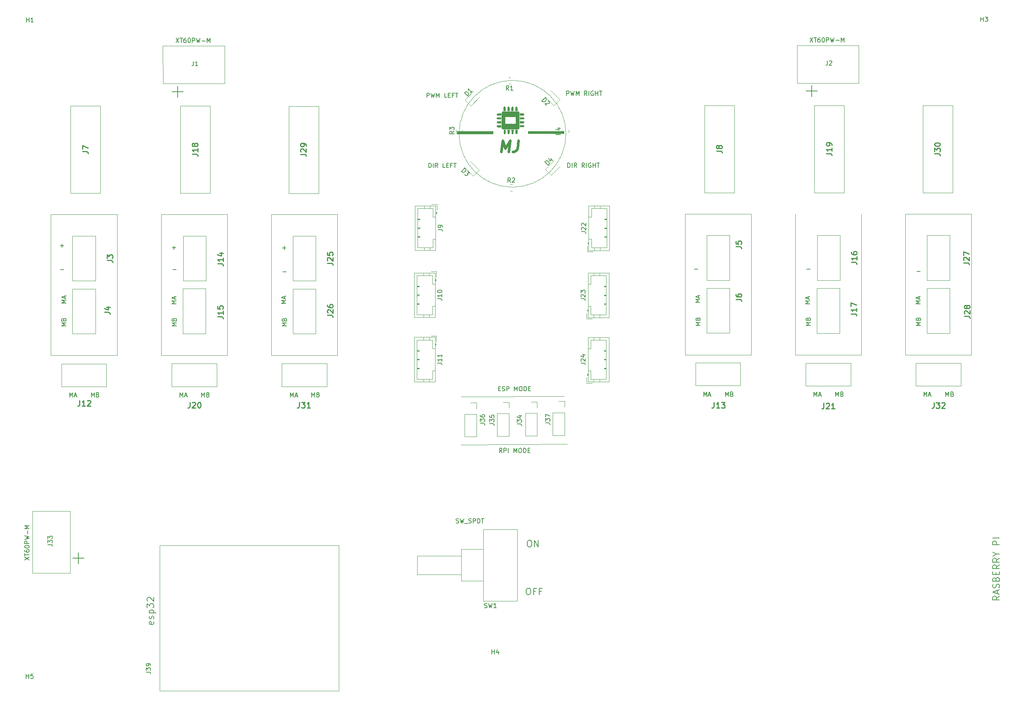
<source format=gbr>
G04 #@! TF.GenerationSoftware,KiCad,Pcbnew,(5.1.10)-1*
G04 #@! TF.CreationDate,2022-11-16T20:30:32+05:30*
G04 #@! TF.ProjectId,2023 control pcb,32303233-2063-46f6-9e74-726f6c207063,rev?*
G04 #@! TF.SameCoordinates,Original*
G04 #@! TF.FileFunction,Legend,Top*
G04 #@! TF.FilePolarity,Positive*
%FSLAX46Y46*%
G04 Gerber Fmt 4.6, Leading zero omitted, Abs format (unit mm)*
G04 Created by KiCad (PCBNEW (5.1.10)-1) date 2022-11-16 20:30:32*
%MOMM*%
%LPD*%
G01*
G04 APERTURE LIST*
%ADD10C,0.150000*%
%ADD11C,0.120000*%
%ADD12C,0.010000*%
%ADD13C,0.100000*%
%ADD14C,0.127000*%
%ADD15C,0.625000*%
%ADD16C,0.254000*%
G04 APERTURE END LIST*
D10*
X232536190Y-69412380D02*
X232536190Y-68412380D01*
X232774285Y-68412380D01*
X232917142Y-68460000D01*
X233012380Y-68555238D01*
X233060000Y-68650476D01*
X233107619Y-68840952D01*
X233107619Y-68983809D01*
X233060000Y-69174285D01*
X233012380Y-69269523D01*
X232917142Y-69364761D01*
X232774285Y-69412380D01*
X232536190Y-69412380D01*
X233536190Y-69412380D02*
X233536190Y-68412380D01*
X234583809Y-69412380D02*
X234250476Y-68936190D01*
X234012380Y-69412380D02*
X234012380Y-68412380D01*
X234393333Y-68412380D01*
X234488571Y-68460000D01*
X234536190Y-68507619D01*
X234583809Y-68602857D01*
X234583809Y-68745714D01*
X234536190Y-68840952D01*
X234488571Y-68888571D01*
X234393333Y-68936190D01*
X234012380Y-68936190D01*
X236345714Y-69412380D02*
X236012380Y-68936190D01*
X235774285Y-69412380D02*
X235774285Y-68412380D01*
X236155238Y-68412380D01*
X236250476Y-68460000D01*
X236298095Y-68507619D01*
X236345714Y-68602857D01*
X236345714Y-68745714D01*
X236298095Y-68840952D01*
X236250476Y-68888571D01*
X236155238Y-68936190D01*
X235774285Y-68936190D01*
X236774285Y-69412380D02*
X236774285Y-68412380D01*
X237774285Y-68460000D02*
X237679047Y-68412380D01*
X237536190Y-68412380D01*
X237393333Y-68460000D01*
X237298095Y-68555238D01*
X237250476Y-68650476D01*
X237202857Y-68840952D01*
X237202857Y-68983809D01*
X237250476Y-69174285D01*
X237298095Y-69269523D01*
X237393333Y-69364761D01*
X237536190Y-69412380D01*
X237631428Y-69412380D01*
X237774285Y-69364761D01*
X237821904Y-69317142D01*
X237821904Y-68983809D01*
X237631428Y-68983809D01*
X238250476Y-69412380D02*
X238250476Y-68412380D01*
X238250476Y-68888571D02*
X238821904Y-68888571D01*
X238821904Y-69412380D02*
X238821904Y-68412380D01*
X239155238Y-68412380D02*
X239726666Y-68412380D01*
X239440952Y-69412380D02*
X239440952Y-68412380D01*
X201012380Y-69432380D02*
X201012380Y-68432380D01*
X201250476Y-68432380D01*
X201393333Y-68480000D01*
X201488571Y-68575238D01*
X201536190Y-68670476D01*
X201583809Y-68860952D01*
X201583809Y-69003809D01*
X201536190Y-69194285D01*
X201488571Y-69289523D01*
X201393333Y-69384761D01*
X201250476Y-69432380D01*
X201012380Y-69432380D01*
X202012380Y-69432380D02*
X202012380Y-68432380D01*
X203060000Y-69432380D02*
X202726666Y-68956190D01*
X202488571Y-69432380D02*
X202488571Y-68432380D01*
X202869523Y-68432380D01*
X202964761Y-68480000D01*
X203012380Y-68527619D01*
X203060000Y-68622857D01*
X203060000Y-68765714D01*
X203012380Y-68860952D01*
X202964761Y-68908571D01*
X202869523Y-68956190D01*
X202488571Y-68956190D01*
X204726666Y-69432380D02*
X204250476Y-69432380D01*
X204250476Y-68432380D01*
X205060000Y-68908571D02*
X205393333Y-68908571D01*
X205536190Y-69432380D02*
X205060000Y-69432380D01*
X205060000Y-68432380D01*
X205536190Y-68432380D01*
X206298095Y-68908571D02*
X205964761Y-68908571D01*
X205964761Y-69432380D02*
X205964761Y-68432380D01*
X206440952Y-68432380D01*
X206679047Y-68432380D02*
X207250476Y-68432380D01*
X206964761Y-69432380D02*
X206964761Y-68432380D01*
X232291428Y-53082380D02*
X232291428Y-52082380D01*
X232672380Y-52082380D01*
X232767619Y-52130000D01*
X232815238Y-52177619D01*
X232862857Y-52272857D01*
X232862857Y-52415714D01*
X232815238Y-52510952D01*
X232767619Y-52558571D01*
X232672380Y-52606190D01*
X232291428Y-52606190D01*
X233196190Y-52082380D02*
X233434285Y-53082380D01*
X233624761Y-52368095D01*
X233815238Y-53082380D01*
X234053333Y-52082380D01*
X234434285Y-53082380D02*
X234434285Y-52082380D01*
X234767619Y-52796666D01*
X235100952Y-52082380D01*
X235100952Y-53082380D01*
X236910476Y-53082380D02*
X236577142Y-52606190D01*
X236339047Y-53082380D02*
X236339047Y-52082380D01*
X236720000Y-52082380D01*
X236815238Y-52130000D01*
X236862857Y-52177619D01*
X236910476Y-52272857D01*
X236910476Y-52415714D01*
X236862857Y-52510952D01*
X236815238Y-52558571D01*
X236720000Y-52606190D01*
X236339047Y-52606190D01*
X237339047Y-53082380D02*
X237339047Y-52082380D01*
X238339047Y-52130000D02*
X238243809Y-52082380D01*
X238100952Y-52082380D01*
X237958095Y-52130000D01*
X237862857Y-52225238D01*
X237815238Y-52320476D01*
X237767619Y-52510952D01*
X237767619Y-52653809D01*
X237815238Y-52844285D01*
X237862857Y-52939523D01*
X237958095Y-53034761D01*
X238100952Y-53082380D01*
X238196190Y-53082380D01*
X238339047Y-53034761D01*
X238386666Y-52987142D01*
X238386666Y-52653809D01*
X238196190Y-52653809D01*
X238815238Y-53082380D02*
X238815238Y-52082380D01*
X238815238Y-52558571D02*
X239386666Y-52558571D01*
X239386666Y-53082380D02*
X239386666Y-52082380D01*
X239720000Y-52082380D02*
X240291428Y-52082380D01*
X240005714Y-53082380D02*
X240005714Y-52082380D01*
X200577619Y-53512380D02*
X200577619Y-52512380D01*
X200958571Y-52512380D01*
X201053809Y-52560000D01*
X201101428Y-52607619D01*
X201149047Y-52702857D01*
X201149047Y-52845714D01*
X201101428Y-52940952D01*
X201053809Y-52988571D01*
X200958571Y-53036190D01*
X200577619Y-53036190D01*
X201482380Y-52512380D02*
X201720476Y-53512380D01*
X201910952Y-52798095D01*
X202101428Y-53512380D01*
X202339523Y-52512380D01*
X202720476Y-53512380D02*
X202720476Y-52512380D01*
X203053809Y-53226666D01*
X203387142Y-52512380D01*
X203387142Y-53512380D01*
X205101428Y-53512380D02*
X204625238Y-53512380D01*
X204625238Y-52512380D01*
X205434761Y-52988571D02*
X205768095Y-52988571D01*
X205910952Y-53512380D02*
X205434761Y-53512380D01*
X205434761Y-52512380D01*
X205910952Y-52512380D01*
X206672857Y-52988571D02*
X206339523Y-52988571D01*
X206339523Y-53512380D02*
X206339523Y-52512380D01*
X206815714Y-52512380D01*
X207053809Y-52512380D02*
X207625238Y-52512380D01*
X207339523Y-53512380D02*
X207339523Y-52512380D01*
D11*
X232140000Y-61770000D02*
G75*
G03*
X232140000Y-61770000I-12130115J0D01*
G01*
X208260000Y-132370000D02*
X232460000Y-132240000D01*
X208380000Y-121440000D02*
X231750000Y-121360000D01*
D10*
X217642857Y-134182380D02*
X217309523Y-133706190D01*
X217071428Y-134182380D02*
X217071428Y-133182380D01*
X217452380Y-133182380D01*
X217547619Y-133230000D01*
X217595238Y-133277619D01*
X217642857Y-133372857D01*
X217642857Y-133515714D01*
X217595238Y-133610952D01*
X217547619Y-133658571D01*
X217452380Y-133706190D01*
X217071428Y-133706190D01*
X218071428Y-134182380D02*
X218071428Y-133182380D01*
X218452380Y-133182380D01*
X218547619Y-133230000D01*
X218595238Y-133277619D01*
X218642857Y-133372857D01*
X218642857Y-133515714D01*
X218595238Y-133610952D01*
X218547619Y-133658571D01*
X218452380Y-133706190D01*
X218071428Y-133706190D01*
X219071428Y-134182380D02*
X219071428Y-133182380D01*
X220309523Y-134182380D02*
X220309523Y-133182380D01*
X220642857Y-133896666D01*
X220976190Y-133182380D01*
X220976190Y-134182380D01*
X221642857Y-133182380D02*
X221833333Y-133182380D01*
X221928571Y-133230000D01*
X222023809Y-133325238D01*
X222071428Y-133515714D01*
X222071428Y-133849047D01*
X222023809Y-134039523D01*
X221928571Y-134134761D01*
X221833333Y-134182380D01*
X221642857Y-134182380D01*
X221547619Y-134134761D01*
X221452380Y-134039523D01*
X221404761Y-133849047D01*
X221404761Y-133515714D01*
X221452380Y-133325238D01*
X221547619Y-133230000D01*
X221642857Y-133182380D01*
X222500000Y-134182380D02*
X222500000Y-133182380D01*
X222738095Y-133182380D01*
X222880952Y-133230000D01*
X222976190Y-133325238D01*
X223023809Y-133420476D01*
X223071428Y-133610952D01*
X223071428Y-133753809D01*
X223023809Y-133944285D01*
X222976190Y-134039523D01*
X222880952Y-134134761D01*
X222738095Y-134182380D01*
X222500000Y-134182380D01*
X223500000Y-133658571D02*
X223833333Y-133658571D01*
X223976190Y-134182380D02*
X223500000Y-134182380D01*
X223500000Y-133182380D01*
X223976190Y-133182380D01*
X216820952Y-119628571D02*
X217154285Y-119628571D01*
X217297142Y-120152380D02*
X216820952Y-120152380D01*
X216820952Y-119152380D01*
X217297142Y-119152380D01*
X217678095Y-120104761D02*
X217820952Y-120152380D01*
X218059047Y-120152380D01*
X218154285Y-120104761D01*
X218201904Y-120057142D01*
X218249523Y-119961904D01*
X218249523Y-119866666D01*
X218201904Y-119771428D01*
X218154285Y-119723809D01*
X218059047Y-119676190D01*
X217868571Y-119628571D01*
X217773333Y-119580952D01*
X217725714Y-119533333D01*
X217678095Y-119438095D01*
X217678095Y-119342857D01*
X217725714Y-119247619D01*
X217773333Y-119200000D01*
X217868571Y-119152380D01*
X218106666Y-119152380D01*
X218249523Y-119200000D01*
X218678095Y-120152380D02*
X218678095Y-119152380D01*
X219059047Y-119152380D01*
X219154285Y-119200000D01*
X219201904Y-119247619D01*
X219249523Y-119342857D01*
X219249523Y-119485714D01*
X219201904Y-119580952D01*
X219154285Y-119628571D01*
X219059047Y-119676190D01*
X218678095Y-119676190D01*
X220440000Y-120152380D02*
X220440000Y-119152380D01*
X220773333Y-119866666D01*
X221106666Y-119152380D01*
X221106666Y-120152380D01*
X221773333Y-119152380D02*
X221963809Y-119152380D01*
X222059047Y-119200000D01*
X222154285Y-119295238D01*
X222201904Y-119485714D01*
X222201904Y-119819047D01*
X222154285Y-120009523D01*
X222059047Y-120104761D01*
X221963809Y-120152380D01*
X221773333Y-120152380D01*
X221678095Y-120104761D01*
X221582857Y-120009523D01*
X221535238Y-119819047D01*
X221535238Y-119485714D01*
X221582857Y-119295238D01*
X221678095Y-119200000D01*
X221773333Y-119152380D01*
X222630476Y-120152380D02*
X222630476Y-119152380D01*
X222868571Y-119152380D01*
X223011428Y-119200000D01*
X223106666Y-119295238D01*
X223154285Y-119390476D01*
X223201904Y-119580952D01*
X223201904Y-119723809D01*
X223154285Y-119914285D01*
X223106666Y-120009523D01*
X223011428Y-120104761D01*
X222868571Y-120152380D01*
X222630476Y-120152380D01*
X223630476Y-119628571D02*
X223963809Y-119628571D01*
X224106666Y-120152380D02*
X223630476Y-120152380D01*
X223630476Y-119152380D01*
X224106666Y-119152380D01*
X223721428Y-154068571D02*
X224007142Y-154068571D01*
X224150000Y-154140000D01*
X224292857Y-154282857D01*
X224364285Y-154568571D01*
X224364285Y-155068571D01*
X224292857Y-155354285D01*
X224150000Y-155497142D01*
X224007142Y-155568571D01*
X223721428Y-155568571D01*
X223578571Y-155497142D01*
X223435714Y-155354285D01*
X223364285Y-155068571D01*
X223364285Y-154568571D01*
X223435714Y-154282857D01*
X223578571Y-154140000D01*
X223721428Y-154068571D01*
X225007142Y-155568571D02*
X225007142Y-154068571D01*
X225864285Y-155568571D01*
X225864285Y-154068571D01*
X223481428Y-164958571D02*
X223767142Y-164958571D01*
X223910000Y-165030000D01*
X224052857Y-165172857D01*
X224124285Y-165458571D01*
X224124285Y-165958571D01*
X224052857Y-166244285D01*
X223910000Y-166387142D01*
X223767142Y-166458571D01*
X223481428Y-166458571D01*
X223338571Y-166387142D01*
X223195714Y-166244285D01*
X223124285Y-165958571D01*
X223124285Y-165458571D01*
X223195714Y-165172857D01*
X223338571Y-165030000D01*
X223481428Y-164958571D01*
X225267142Y-165672857D02*
X224767142Y-165672857D01*
X224767142Y-166458571D02*
X224767142Y-164958571D01*
X225481428Y-164958571D01*
X226552857Y-165672857D02*
X226052857Y-165672857D01*
X226052857Y-166458571D02*
X226052857Y-164958571D01*
X226767142Y-164958571D01*
X330478571Y-166742857D02*
X329764285Y-167242857D01*
X330478571Y-167600000D02*
X328978571Y-167600000D01*
X328978571Y-167028571D01*
X329050000Y-166885714D01*
X329121428Y-166814285D01*
X329264285Y-166742857D01*
X329478571Y-166742857D01*
X329621428Y-166814285D01*
X329692857Y-166885714D01*
X329764285Y-167028571D01*
X329764285Y-167600000D01*
X330050000Y-166171428D02*
X330050000Y-165457142D01*
X330478571Y-166314285D02*
X328978571Y-165814285D01*
X330478571Y-165314285D01*
X330407142Y-164885714D02*
X330478571Y-164671428D01*
X330478571Y-164314285D01*
X330407142Y-164171428D01*
X330335714Y-164100000D01*
X330192857Y-164028571D01*
X330050000Y-164028571D01*
X329907142Y-164100000D01*
X329835714Y-164171428D01*
X329764285Y-164314285D01*
X329692857Y-164600000D01*
X329621428Y-164742857D01*
X329550000Y-164814285D01*
X329407142Y-164885714D01*
X329264285Y-164885714D01*
X329121428Y-164814285D01*
X329050000Y-164742857D01*
X328978571Y-164600000D01*
X328978571Y-164242857D01*
X329050000Y-164028571D01*
X329692857Y-162885714D02*
X329764285Y-162671428D01*
X329835714Y-162600000D01*
X329978571Y-162528571D01*
X330192857Y-162528571D01*
X330335714Y-162600000D01*
X330407142Y-162671428D01*
X330478571Y-162814285D01*
X330478571Y-163385714D01*
X328978571Y-163385714D01*
X328978571Y-162885714D01*
X329050000Y-162742857D01*
X329121428Y-162671428D01*
X329264285Y-162600000D01*
X329407142Y-162600000D01*
X329550000Y-162671428D01*
X329621428Y-162742857D01*
X329692857Y-162885714D01*
X329692857Y-163385714D01*
X329692857Y-161885714D02*
X329692857Y-161385714D01*
X330478571Y-161171428D02*
X330478571Y-161885714D01*
X328978571Y-161885714D01*
X328978571Y-161171428D01*
X330478571Y-159671428D02*
X329764285Y-160171428D01*
X330478571Y-160528571D02*
X328978571Y-160528571D01*
X328978571Y-159957142D01*
X329050000Y-159814285D01*
X329121428Y-159742857D01*
X329264285Y-159671428D01*
X329478571Y-159671428D01*
X329621428Y-159742857D01*
X329692857Y-159814285D01*
X329764285Y-159957142D01*
X329764285Y-160528571D01*
X330478571Y-158171428D02*
X329764285Y-158671428D01*
X330478571Y-159028571D02*
X328978571Y-159028571D01*
X328978571Y-158457142D01*
X329050000Y-158314285D01*
X329121428Y-158242857D01*
X329264285Y-158171428D01*
X329478571Y-158171428D01*
X329621428Y-158242857D01*
X329692857Y-158314285D01*
X329764285Y-158457142D01*
X329764285Y-159028571D01*
X329764285Y-157242857D02*
X330478571Y-157242857D01*
X328978571Y-157742857D02*
X329764285Y-157242857D01*
X328978571Y-156742857D01*
X330478571Y-155100000D02*
X328978571Y-155100000D01*
X328978571Y-154528571D01*
X329050000Y-154385714D01*
X329121428Y-154314285D01*
X329264285Y-154242857D01*
X329478571Y-154242857D01*
X329621428Y-154314285D01*
X329692857Y-154385714D01*
X329764285Y-154528571D01*
X329764285Y-155100000D01*
X330478571Y-153600000D02*
X328978571Y-153600000D01*
X313328095Y-121362380D02*
X313328095Y-120362380D01*
X313661428Y-121076666D01*
X313994761Y-120362380D01*
X313994761Y-121362380D01*
X314423333Y-121076666D02*
X314899523Y-121076666D01*
X314328095Y-121362380D02*
X314661428Y-120362380D01*
X314994761Y-121362380D01*
X312522380Y-100381904D02*
X311522380Y-100381904D01*
X312236666Y-100048571D01*
X311522380Y-99715238D01*
X312522380Y-99715238D01*
X312236666Y-99286666D02*
X312236666Y-98810476D01*
X312522380Y-99381904D02*
X311522380Y-99048571D01*
X312522380Y-98715238D01*
X287442380Y-100371904D02*
X286442380Y-100371904D01*
X287156666Y-100038571D01*
X286442380Y-99705238D01*
X287442380Y-99705238D01*
X287156666Y-99276666D02*
X287156666Y-98800476D01*
X287442380Y-99371904D02*
X286442380Y-99038571D01*
X287442380Y-98705238D01*
X262512380Y-100081904D02*
X261512380Y-100081904D01*
X262226666Y-99748571D01*
X261512380Y-99415238D01*
X262512380Y-99415238D01*
X262226666Y-98986666D02*
X262226666Y-98510476D01*
X262512380Y-99081904D02*
X261512380Y-98748571D01*
X262512380Y-98415238D01*
X169628095Y-121572380D02*
X169628095Y-120572380D01*
X169961428Y-121286666D01*
X170294761Y-120572380D01*
X170294761Y-121572380D01*
X170723333Y-121286666D02*
X171199523Y-121286666D01*
X170628095Y-121572380D02*
X170961428Y-120572380D01*
X171294761Y-121572380D01*
X168602380Y-100271904D02*
X167602380Y-100271904D01*
X168316666Y-99938571D01*
X167602380Y-99605238D01*
X168602380Y-99605238D01*
X168316666Y-99176666D02*
X168316666Y-98700476D01*
X168602380Y-99271904D02*
X167602380Y-98938571D01*
X168602380Y-98605238D01*
X143682380Y-100351904D02*
X142682380Y-100351904D01*
X143396666Y-100018571D01*
X142682380Y-99685238D01*
X143682380Y-99685238D01*
X143396666Y-99256666D02*
X143396666Y-98780476D01*
X143682380Y-99351904D02*
X142682380Y-99018571D01*
X143682380Y-98685238D01*
X118722380Y-100181904D02*
X117722380Y-100181904D01*
X118436666Y-99848571D01*
X117722380Y-99515238D01*
X118722380Y-99515238D01*
X118436666Y-99086666D02*
X118436666Y-98610476D01*
X118722380Y-99181904D02*
X117722380Y-98848571D01*
X118722380Y-98515238D01*
X167849047Y-87661428D02*
X168610952Y-87661428D01*
X168230000Y-88042380D02*
X168230000Y-87280476D01*
X142839047Y-87631428D02*
X143600952Y-87631428D01*
X143220000Y-88012380D02*
X143220000Y-87250476D01*
X167909047Y-93141428D02*
X168670952Y-93141428D01*
X142909047Y-92641428D02*
X143670952Y-92641428D01*
D11*
X115290000Y-80070000D02*
X115290000Y-112070000D01*
X165290000Y-112070000D02*
X180290000Y-112070000D01*
X180290000Y-112070000D02*
X180290000Y-80070000D01*
X130290000Y-80070000D02*
X115290000Y-80070000D01*
X140290000Y-112070000D02*
X155290000Y-112070000D01*
X155290000Y-80070000D02*
X140290000Y-80070000D01*
X180290000Y-80070000D02*
X165290000Y-80070000D01*
X155290000Y-112070000D02*
X155290000Y-80070000D01*
X115290000Y-112070000D02*
X130290000Y-112070000D01*
X130290000Y-80070000D02*
X130290000Y-112070000D01*
X140290000Y-80070000D02*
X140290000Y-112070000D01*
X165290000Y-80070000D02*
X165290000Y-112070000D01*
D10*
X117409047Y-92641428D02*
X118170952Y-92641428D01*
X117409047Y-87141428D02*
X118170952Y-87141428D01*
X117790000Y-87522380D02*
X117790000Y-86760476D01*
X168742380Y-105403333D02*
X167742380Y-105403333D01*
X168456666Y-105070000D01*
X167742380Y-104736666D01*
X168742380Y-104736666D01*
X168218571Y-103927142D02*
X168266190Y-103784285D01*
X168313809Y-103736666D01*
X168409047Y-103689047D01*
X168551904Y-103689047D01*
X168647142Y-103736666D01*
X168694761Y-103784285D01*
X168742380Y-103879523D01*
X168742380Y-104260476D01*
X167742380Y-104260476D01*
X167742380Y-103927142D01*
X167790000Y-103831904D01*
X167837619Y-103784285D01*
X167932857Y-103736666D01*
X168028095Y-103736666D01*
X168123333Y-103784285D01*
X168170952Y-103831904D01*
X168218571Y-103927142D01*
X168218571Y-104260476D01*
X118742380Y-105403333D02*
X117742380Y-105403333D01*
X118456666Y-105070000D01*
X117742380Y-104736666D01*
X118742380Y-104736666D01*
X118218571Y-103927142D02*
X118266190Y-103784285D01*
X118313809Y-103736666D01*
X118409047Y-103689047D01*
X118551904Y-103689047D01*
X118647142Y-103736666D01*
X118694761Y-103784285D01*
X118742380Y-103879523D01*
X118742380Y-104260476D01*
X117742380Y-104260476D01*
X117742380Y-103927142D01*
X117790000Y-103831904D01*
X117837619Y-103784285D01*
X117932857Y-103736666D01*
X118028095Y-103736666D01*
X118123333Y-103784285D01*
X118170952Y-103831904D01*
X118218571Y-103927142D01*
X118218571Y-104260476D01*
X124456666Y-121522380D02*
X124456666Y-120522380D01*
X124790000Y-121236666D01*
X125123333Y-120522380D01*
X125123333Y-121522380D01*
X125932857Y-120998571D02*
X126075714Y-121046190D01*
X126123333Y-121093809D01*
X126170952Y-121189047D01*
X126170952Y-121331904D01*
X126123333Y-121427142D01*
X126075714Y-121474761D01*
X125980476Y-121522380D01*
X125599523Y-121522380D01*
X125599523Y-120522380D01*
X125932857Y-120522380D01*
X126028095Y-120570000D01*
X126075714Y-120617619D01*
X126123333Y-120712857D01*
X126123333Y-120808095D01*
X126075714Y-120903333D01*
X126028095Y-120950952D01*
X125932857Y-120998571D01*
X125599523Y-120998571D01*
X149456666Y-121522380D02*
X149456666Y-120522380D01*
X149790000Y-121236666D01*
X150123333Y-120522380D01*
X150123333Y-121522380D01*
X150932857Y-120998571D02*
X151075714Y-121046190D01*
X151123333Y-121093809D01*
X151170952Y-121189047D01*
X151170952Y-121331904D01*
X151123333Y-121427142D01*
X151075714Y-121474761D01*
X150980476Y-121522380D01*
X150599523Y-121522380D01*
X150599523Y-120522380D01*
X150932857Y-120522380D01*
X151028095Y-120570000D01*
X151075714Y-120617619D01*
X151123333Y-120712857D01*
X151123333Y-120808095D01*
X151075714Y-120903333D01*
X151028095Y-120950952D01*
X150932857Y-120998571D01*
X150599523Y-120998571D01*
X143742380Y-105403333D02*
X142742380Y-105403333D01*
X143456666Y-105070000D01*
X142742380Y-104736666D01*
X143742380Y-104736666D01*
X143218571Y-103927142D02*
X143266190Y-103784285D01*
X143313809Y-103736666D01*
X143409047Y-103689047D01*
X143551904Y-103689047D01*
X143647142Y-103736666D01*
X143694761Y-103784285D01*
X143742380Y-103879523D01*
X143742380Y-104260476D01*
X142742380Y-104260476D01*
X142742380Y-103927142D01*
X142790000Y-103831904D01*
X142837619Y-103784285D01*
X142932857Y-103736666D01*
X143028095Y-103736666D01*
X143123333Y-103784285D01*
X143170952Y-103831904D01*
X143218571Y-103927142D01*
X143218571Y-104260476D01*
X144528095Y-121522380D02*
X144528095Y-120522380D01*
X144861428Y-121236666D01*
X145194761Y-120522380D01*
X145194761Y-121522380D01*
X145623333Y-121236666D02*
X146099523Y-121236666D01*
X145528095Y-121522380D02*
X145861428Y-120522380D01*
X146194761Y-121522380D01*
X174456666Y-121522380D02*
X174456666Y-120522380D01*
X174790000Y-121236666D01*
X175123333Y-120522380D01*
X175123333Y-121522380D01*
X175932857Y-120998571D02*
X176075714Y-121046190D01*
X176123333Y-121093809D01*
X176170952Y-121189047D01*
X176170952Y-121331904D01*
X176123333Y-121427142D01*
X176075714Y-121474761D01*
X175980476Y-121522380D01*
X175599523Y-121522380D01*
X175599523Y-120522380D01*
X175932857Y-120522380D01*
X176028095Y-120570000D01*
X176075714Y-120617619D01*
X176123333Y-120712857D01*
X176123333Y-120808095D01*
X176075714Y-120903333D01*
X176028095Y-120950952D01*
X175932857Y-120998571D01*
X175599523Y-120998571D01*
X119528095Y-121522380D02*
X119528095Y-120522380D01*
X119861428Y-121236666D01*
X120194761Y-120522380D01*
X120194761Y-121522380D01*
X120623333Y-121236666D02*
X121099523Y-121236666D01*
X120528095Y-121522380D02*
X120861428Y-120522380D01*
X121194761Y-121522380D01*
D11*
X324150000Y-79950000D02*
X309150000Y-79950000D01*
X259150000Y-79950000D02*
X259150000Y-111950000D01*
X309150000Y-111950000D02*
X324150000Y-111950000D01*
X324150000Y-111950000D02*
X324150000Y-79950000D01*
X274150000Y-79950000D02*
X259150000Y-79950000D01*
X284150000Y-111950000D02*
X299150000Y-111950000D01*
X299150000Y-111950000D02*
X299150000Y-79950000D01*
X259150000Y-111950000D02*
X274150000Y-111950000D01*
X274150000Y-79950000D02*
X274150000Y-111950000D01*
X284150000Y-79950000D02*
X284150000Y-111950000D01*
X309150000Y-79950000D02*
X309150000Y-111950000D01*
D10*
X261269047Y-92521428D02*
X262030952Y-92521428D01*
X312602380Y-105283333D02*
X311602380Y-105283333D01*
X312316666Y-104950000D01*
X311602380Y-104616666D01*
X312602380Y-104616666D01*
X312078571Y-103807142D02*
X312126190Y-103664285D01*
X312173809Y-103616666D01*
X312269047Y-103569047D01*
X312411904Y-103569047D01*
X312507142Y-103616666D01*
X312554761Y-103664285D01*
X312602380Y-103759523D01*
X312602380Y-104140476D01*
X311602380Y-104140476D01*
X311602380Y-103807142D01*
X311650000Y-103711904D01*
X311697619Y-103664285D01*
X311792857Y-103616666D01*
X311888095Y-103616666D01*
X311983333Y-103664285D01*
X312030952Y-103711904D01*
X312078571Y-103807142D01*
X312078571Y-104140476D01*
X262602380Y-105283333D02*
X261602380Y-105283333D01*
X262316666Y-104950000D01*
X261602380Y-104616666D01*
X262602380Y-104616666D01*
X262078571Y-103807142D02*
X262126190Y-103664285D01*
X262173809Y-103616666D01*
X262269047Y-103569047D01*
X262411904Y-103569047D01*
X262507142Y-103616666D01*
X262554761Y-103664285D01*
X262602380Y-103759523D01*
X262602380Y-104140476D01*
X261602380Y-104140476D01*
X261602380Y-103807142D01*
X261650000Y-103711904D01*
X261697619Y-103664285D01*
X261792857Y-103616666D01*
X261888095Y-103616666D01*
X261983333Y-103664285D01*
X262030952Y-103711904D01*
X262078571Y-103807142D01*
X262078571Y-104140476D01*
X268316666Y-121402380D02*
X268316666Y-120402380D01*
X268650000Y-121116666D01*
X268983333Y-120402380D01*
X268983333Y-121402380D01*
X269792857Y-120878571D02*
X269935714Y-120926190D01*
X269983333Y-120973809D01*
X270030952Y-121069047D01*
X270030952Y-121211904D01*
X269983333Y-121307142D01*
X269935714Y-121354761D01*
X269840476Y-121402380D01*
X269459523Y-121402380D01*
X269459523Y-120402380D01*
X269792857Y-120402380D01*
X269888095Y-120450000D01*
X269935714Y-120497619D01*
X269983333Y-120592857D01*
X269983333Y-120688095D01*
X269935714Y-120783333D01*
X269888095Y-120830952D01*
X269792857Y-120878571D01*
X269459523Y-120878571D01*
X293316666Y-121402380D02*
X293316666Y-120402380D01*
X293650000Y-121116666D01*
X293983333Y-120402380D01*
X293983333Y-121402380D01*
X294792857Y-120878571D02*
X294935714Y-120926190D01*
X294983333Y-120973809D01*
X295030952Y-121069047D01*
X295030952Y-121211904D01*
X294983333Y-121307142D01*
X294935714Y-121354761D01*
X294840476Y-121402380D01*
X294459523Y-121402380D01*
X294459523Y-120402380D01*
X294792857Y-120402380D01*
X294888095Y-120450000D01*
X294935714Y-120497619D01*
X294983333Y-120592857D01*
X294983333Y-120688095D01*
X294935714Y-120783333D01*
X294888095Y-120830952D01*
X294792857Y-120878571D01*
X294459523Y-120878571D01*
X311769047Y-93021428D02*
X312530952Y-93021428D01*
X287602380Y-105283333D02*
X286602380Y-105283333D01*
X287316666Y-104950000D01*
X286602380Y-104616666D01*
X287602380Y-104616666D01*
X287078571Y-103807142D02*
X287126190Y-103664285D01*
X287173809Y-103616666D01*
X287269047Y-103569047D01*
X287411904Y-103569047D01*
X287507142Y-103616666D01*
X287554761Y-103664285D01*
X287602380Y-103759523D01*
X287602380Y-104140476D01*
X286602380Y-104140476D01*
X286602380Y-103807142D01*
X286650000Y-103711904D01*
X286697619Y-103664285D01*
X286792857Y-103616666D01*
X286888095Y-103616666D01*
X286983333Y-103664285D01*
X287030952Y-103711904D01*
X287078571Y-103807142D01*
X287078571Y-104140476D01*
X286769047Y-92521428D02*
X287530952Y-92521428D01*
X288388095Y-121402380D02*
X288388095Y-120402380D01*
X288721428Y-121116666D01*
X289054761Y-120402380D01*
X289054761Y-121402380D01*
X289483333Y-121116666D02*
X289959523Y-121116666D01*
X289388095Y-121402380D02*
X289721428Y-120402380D01*
X290054761Y-121402380D01*
X318316666Y-121402380D02*
X318316666Y-120402380D01*
X318650000Y-121116666D01*
X318983333Y-120402380D01*
X318983333Y-121402380D01*
X319792857Y-120878571D02*
X319935714Y-120926190D01*
X319983333Y-120973809D01*
X320030952Y-121069047D01*
X320030952Y-121211904D01*
X319983333Y-121307142D01*
X319935714Y-121354761D01*
X319840476Y-121402380D01*
X319459523Y-121402380D01*
X319459523Y-120402380D01*
X319792857Y-120402380D01*
X319888095Y-120450000D01*
X319935714Y-120497619D01*
X319983333Y-120592857D01*
X319983333Y-120688095D01*
X319935714Y-120783333D01*
X319888095Y-120830952D01*
X319792857Y-120878571D01*
X319459523Y-120878571D01*
X263388095Y-121402380D02*
X263388095Y-120402380D01*
X263721428Y-121116666D01*
X264054761Y-120402380D01*
X264054761Y-121402380D01*
X264483333Y-121116666D02*
X264959523Y-121116666D01*
X264388095Y-121402380D02*
X264721428Y-120402380D01*
X265054761Y-121402380D01*
D12*
G04 #@! TO.C,G\u002A\u002A\u002A*
G36*
X215551250Y-61769000D02*
G01*
X207359750Y-61769000D01*
X207359750Y-61229250D01*
X215551250Y-61229250D01*
X215551250Y-61769000D01*
G37*
X215551250Y-61769000D02*
X207359750Y-61769000D01*
X207359750Y-61229250D01*
X215551250Y-61229250D01*
X215551250Y-61769000D01*
G36*
X218377000Y-61222185D02*
G01*
X218373935Y-61423980D01*
X218362848Y-61570639D01*
X218340898Y-61670315D01*
X218305245Y-61731161D01*
X218253048Y-61761329D01*
X218186500Y-61769000D01*
X218089112Y-61741037D01*
X218045425Y-61698435D01*
X218023511Y-61652060D01*
X218008777Y-61579627D01*
X218000103Y-61470341D01*
X217996368Y-61313405D01*
X217996000Y-61222185D01*
X217996000Y-60816500D01*
X218377000Y-60816500D01*
X218377000Y-61222185D01*
G37*
X218377000Y-61222185D02*
X218373935Y-61423980D01*
X218362848Y-61570639D01*
X218340898Y-61670315D01*
X218305245Y-61731161D01*
X218253048Y-61761329D01*
X218186500Y-61769000D01*
X218089112Y-61741037D01*
X218045425Y-61698435D01*
X218023511Y-61652060D01*
X218008777Y-61579627D01*
X218000103Y-61470341D01*
X217996368Y-61313405D01*
X217996000Y-61222185D01*
X217996000Y-60816500D01*
X218377000Y-60816500D01*
X218377000Y-61222185D01*
G36*
X219266000Y-61222185D02*
G01*
X219262935Y-61423980D01*
X219251848Y-61570639D01*
X219229898Y-61670315D01*
X219194245Y-61731161D01*
X219142048Y-61761329D01*
X219075500Y-61769000D01*
X218978112Y-61741037D01*
X218934425Y-61698435D01*
X218912511Y-61652060D01*
X218897777Y-61579627D01*
X218889103Y-61470341D01*
X218885368Y-61313405D01*
X218885000Y-61222185D01*
X218885000Y-60816500D01*
X219266000Y-60816500D01*
X219266000Y-61222185D01*
G37*
X219266000Y-61222185D02*
X219262935Y-61423980D01*
X219251848Y-61570639D01*
X219229898Y-61670315D01*
X219194245Y-61731161D01*
X219142048Y-61761329D01*
X219075500Y-61769000D01*
X218978112Y-61741037D01*
X218934425Y-61698435D01*
X218912511Y-61652060D01*
X218897777Y-61579627D01*
X218889103Y-61470341D01*
X218885368Y-61313405D01*
X218885000Y-61222185D01*
X218885000Y-60816500D01*
X219266000Y-60816500D01*
X219266000Y-61222185D01*
G36*
X220182077Y-61206875D02*
G01*
X220174911Y-61386353D01*
X220164287Y-61514347D01*
X220148505Y-61602847D01*
X220125867Y-61663846D01*
X220114580Y-61683125D01*
X220041443Y-61748570D01*
X219950656Y-61770001D01*
X219864945Y-61744713D01*
X219833450Y-61716609D01*
X219812571Y-61666843D01*
X219796965Y-61570698D01*
X219785963Y-61422291D01*
X219779477Y-61240359D01*
X219769080Y-60816500D01*
X220193279Y-60816500D01*
X220182077Y-61206875D01*
G37*
X220182077Y-61206875D02*
X220174911Y-61386353D01*
X220164287Y-61514347D01*
X220148505Y-61602847D01*
X220125867Y-61663846D01*
X220114580Y-61683125D01*
X220041443Y-61748570D01*
X219950656Y-61770001D01*
X219864945Y-61744713D01*
X219833450Y-61716609D01*
X219812571Y-61666843D01*
X219796965Y-61570698D01*
X219785963Y-61422291D01*
X219779477Y-61240359D01*
X219769080Y-60816500D01*
X220193279Y-60816500D01*
X220182077Y-61206875D01*
G36*
X221071000Y-61225950D02*
G01*
X221065016Y-61400344D01*
X221056979Y-61523007D01*
X221045120Y-61605705D01*
X221027670Y-61660205D01*
X221002859Y-61698274D01*
X220999391Y-61702200D01*
X220918461Y-61754544D01*
X220823911Y-61765889D01*
X220741441Y-61734899D01*
X220722450Y-61716609D01*
X220701571Y-61666843D01*
X220685965Y-61570698D01*
X220674963Y-61422291D01*
X220668477Y-61240359D01*
X220658080Y-60816500D01*
X221082126Y-60816500D01*
X221071000Y-61225950D01*
G37*
X221071000Y-61225950D02*
X221065016Y-61400344D01*
X221056979Y-61523007D01*
X221045120Y-61605705D01*
X221027670Y-61660205D01*
X221002859Y-61698274D01*
X220999391Y-61702200D01*
X220918461Y-61754544D01*
X220823911Y-61765889D01*
X220741441Y-61734899D01*
X220722450Y-61716609D01*
X220701571Y-61666843D01*
X220685965Y-61570698D01*
X220674963Y-61422291D01*
X220668477Y-61240359D01*
X220658080Y-60816500D01*
X221082126Y-60816500D01*
X221071000Y-61225950D01*
G36*
X231680250Y-61705500D02*
G01*
X223520500Y-61705500D01*
X223520500Y-61165750D01*
X231680250Y-61165750D01*
X231680250Y-61705500D01*
G37*
X231680250Y-61705500D02*
X223520500Y-61705500D01*
X223520500Y-61165750D01*
X231680250Y-61165750D01*
X231680250Y-61705500D01*
G36*
X221439074Y-56791314D02*
G01*
X221449684Y-56812468D01*
X221458687Y-56846481D01*
X221466210Y-56898245D01*
X221472381Y-56972654D01*
X221477329Y-57074602D01*
X221481181Y-57208982D01*
X221484065Y-57380688D01*
X221486109Y-57594613D01*
X221487441Y-57855651D01*
X221488189Y-58168696D01*
X221488481Y-58538640D01*
X221488500Y-58681882D01*
X221488500Y-60501886D01*
X221332636Y-60657750D01*
X219525724Y-60657750D01*
X219141571Y-60657702D01*
X218815830Y-60657442D01*
X218543412Y-60656792D01*
X218319228Y-60655575D01*
X218138191Y-60653614D01*
X217995211Y-60650732D01*
X217885201Y-60646752D01*
X217803072Y-60641496D01*
X217743736Y-60634788D01*
X217702103Y-60626450D01*
X217673087Y-60616305D01*
X217651597Y-60604177D01*
X217635156Y-60591945D01*
X217551500Y-60526141D01*
X217551500Y-58884265D01*
X218253672Y-58884265D01*
X218255368Y-59084156D01*
X218262284Y-59234798D01*
X218275500Y-59343278D01*
X218296095Y-59416685D01*
X218325152Y-59462106D01*
X218363750Y-59486630D01*
X218388043Y-59493496D01*
X218434966Y-59496667D01*
X218537628Y-59499343D01*
X218688269Y-59501460D01*
X218879129Y-59502954D01*
X219102448Y-59503762D01*
X219350467Y-59503820D01*
X219574014Y-59503235D01*
X219886004Y-59501515D01*
X220139785Y-59498892D01*
X220340641Y-59495157D01*
X220493861Y-59490103D01*
X220604730Y-59483522D01*
X220678534Y-59475204D01*
X220720560Y-59464942D01*
X220732889Y-59457599D01*
X220746976Y-59427718D01*
X220757726Y-59365621D01*
X220765479Y-59264981D01*
X220770570Y-59119474D01*
X220773338Y-58922771D01*
X220774125Y-58685103D01*
X220773833Y-58450489D01*
X220772530Y-58271268D01*
X220769572Y-58139332D01*
X220764315Y-58046575D01*
X220756116Y-57984891D01*
X220744331Y-57946172D01*
X220728316Y-57922312D01*
X220712494Y-57908815D01*
X220662909Y-57895668D01*
X220558840Y-57884523D01*
X220409271Y-57875379D01*
X220223187Y-57868237D01*
X220009571Y-57863097D01*
X219777407Y-57859959D01*
X219535681Y-57858824D01*
X219293377Y-57859691D01*
X219059477Y-57862561D01*
X218842968Y-57867435D01*
X218652833Y-57874311D01*
X218498056Y-57883191D01*
X218387622Y-57894074D01*
X218330515Y-57906961D01*
X218327505Y-57908762D01*
X218306939Y-57927824D01*
X218291290Y-57956612D01*
X218279718Y-58003597D01*
X218271382Y-58077248D01*
X218265441Y-58186034D01*
X218261054Y-58338425D01*
X218257382Y-58542891D01*
X218256114Y-58628035D01*
X218253672Y-58884265D01*
X217551500Y-58884265D01*
X217551500Y-58675991D01*
X217551584Y-58286113D01*
X217551937Y-57954808D01*
X217552709Y-57677150D01*
X217554050Y-57448213D01*
X217556111Y-57263071D01*
X217559042Y-57116796D01*
X217562994Y-57004463D01*
X217568116Y-56921145D01*
X217574559Y-56861915D01*
X217582473Y-56821848D01*
X217592010Y-56796017D01*
X217603318Y-56779495D01*
X217609562Y-56773295D01*
X217626271Y-56762200D01*
X217653187Y-56752771D01*
X217695184Y-56744874D01*
X217757133Y-56738376D01*
X217843909Y-56733144D01*
X217960385Y-56729044D01*
X218111432Y-56725943D01*
X218301925Y-56723707D01*
X218536737Y-56722204D01*
X218820740Y-56721298D01*
X219158807Y-56720858D01*
X219528637Y-56720750D01*
X221389649Y-56720750D01*
X221439074Y-56791314D01*
G37*
X221439074Y-56791314D02*
X221449684Y-56812468D01*
X221458687Y-56846481D01*
X221466210Y-56898245D01*
X221472381Y-56972654D01*
X221477329Y-57074602D01*
X221481181Y-57208982D01*
X221484065Y-57380688D01*
X221486109Y-57594613D01*
X221487441Y-57855651D01*
X221488189Y-58168696D01*
X221488481Y-58538640D01*
X221488500Y-58681882D01*
X221488500Y-60501886D01*
X221332636Y-60657750D01*
X219525724Y-60657750D01*
X219141571Y-60657702D01*
X218815830Y-60657442D01*
X218543412Y-60656792D01*
X218319228Y-60655575D01*
X218138191Y-60653614D01*
X217995211Y-60650732D01*
X217885201Y-60646752D01*
X217803072Y-60641496D01*
X217743736Y-60634788D01*
X217702103Y-60626450D01*
X217673087Y-60616305D01*
X217651597Y-60604177D01*
X217635156Y-60591945D01*
X217551500Y-60526141D01*
X217551500Y-58884265D01*
X218253672Y-58884265D01*
X218255368Y-59084156D01*
X218262284Y-59234798D01*
X218275500Y-59343278D01*
X218296095Y-59416685D01*
X218325152Y-59462106D01*
X218363750Y-59486630D01*
X218388043Y-59493496D01*
X218434966Y-59496667D01*
X218537628Y-59499343D01*
X218688269Y-59501460D01*
X218879129Y-59502954D01*
X219102448Y-59503762D01*
X219350467Y-59503820D01*
X219574014Y-59503235D01*
X219886004Y-59501515D01*
X220139785Y-59498892D01*
X220340641Y-59495157D01*
X220493861Y-59490103D01*
X220604730Y-59483522D01*
X220678534Y-59475204D01*
X220720560Y-59464942D01*
X220732889Y-59457599D01*
X220746976Y-59427718D01*
X220757726Y-59365621D01*
X220765479Y-59264981D01*
X220770570Y-59119474D01*
X220773338Y-58922771D01*
X220774125Y-58685103D01*
X220773833Y-58450489D01*
X220772530Y-58271268D01*
X220769572Y-58139332D01*
X220764315Y-58046575D01*
X220756116Y-57984891D01*
X220744331Y-57946172D01*
X220728316Y-57922312D01*
X220712494Y-57908815D01*
X220662909Y-57895668D01*
X220558840Y-57884523D01*
X220409271Y-57875379D01*
X220223187Y-57868237D01*
X220009571Y-57863097D01*
X219777407Y-57859959D01*
X219535681Y-57858824D01*
X219293377Y-57859691D01*
X219059477Y-57862561D01*
X218842968Y-57867435D01*
X218652833Y-57874311D01*
X218498056Y-57883191D01*
X218387622Y-57894074D01*
X218330515Y-57906961D01*
X218327505Y-57908762D01*
X218306939Y-57927824D01*
X218291290Y-57956612D01*
X218279718Y-58003597D01*
X218271382Y-58077248D01*
X218265441Y-58186034D01*
X218261054Y-58338425D01*
X218257382Y-58542891D01*
X218256114Y-58628035D01*
X218253672Y-58884265D01*
X217551500Y-58884265D01*
X217551500Y-58675991D01*
X217551584Y-58286113D01*
X217551937Y-57954808D01*
X217552709Y-57677150D01*
X217554050Y-57448213D01*
X217556111Y-57263071D01*
X217559042Y-57116796D01*
X217562994Y-57004463D01*
X217568116Y-56921145D01*
X217574559Y-56861915D01*
X217582473Y-56821848D01*
X217592010Y-56796017D01*
X217603318Y-56779495D01*
X217609562Y-56773295D01*
X217626271Y-56762200D01*
X217653187Y-56752771D01*
X217695184Y-56744874D01*
X217757133Y-56738376D01*
X217843909Y-56733144D01*
X217960385Y-56729044D01*
X218111432Y-56725943D01*
X218301925Y-56723707D01*
X218536737Y-56722204D01*
X218820740Y-56721298D01*
X219158807Y-56720858D01*
X219528637Y-56720750D01*
X221389649Y-56720750D01*
X221439074Y-56791314D01*
G36*
X217392750Y-60245000D02*
G01*
X217051437Y-60240242D01*
X216901517Y-60237079D01*
X216767567Y-60232313D01*
X216667166Y-60226674D01*
X216626113Y-60222577D01*
X216523057Y-60180115D01*
X216459266Y-60099087D01*
X216445807Y-60002480D01*
X216463459Y-59938947D01*
X216505113Y-59892917D01*
X216579138Y-59861842D01*
X216693905Y-59843176D01*
X216857785Y-59834373D01*
X217003812Y-59832718D01*
X217392750Y-59832250D01*
X217392750Y-60245000D01*
G37*
X217392750Y-60245000D02*
X217051437Y-60240242D01*
X216901517Y-60237079D01*
X216767567Y-60232313D01*
X216667166Y-60226674D01*
X216626113Y-60222577D01*
X216523057Y-60180115D01*
X216459266Y-60099087D01*
X216445807Y-60002480D01*
X216463459Y-59938947D01*
X216505113Y-59892917D01*
X216579138Y-59861842D01*
X216693905Y-59843176D01*
X216857785Y-59834373D01*
X217003812Y-59832718D01*
X217392750Y-59832250D01*
X217392750Y-60245000D01*
G36*
X222254730Y-59835314D02*
G01*
X222401389Y-59846401D01*
X222501065Y-59868351D01*
X222561911Y-59904004D01*
X222592079Y-59956201D01*
X222599750Y-60022750D01*
X222590953Y-60093051D01*
X222559128Y-60144144D01*
X222496122Y-60178870D01*
X222393783Y-60200067D01*
X222243958Y-60210577D01*
X222052935Y-60213250D01*
X221647250Y-60213250D01*
X221647250Y-59832250D01*
X222052935Y-59832250D01*
X222254730Y-59835314D01*
G37*
X222254730Y-59835314D02*
X222401389Y-59846401D01*
X222501065Y-59868351D01*
X222561911Y-59904004D01*
X222592079Y-59956201D01*
X222599750Y-60022750D01*
X222590953Y-60093051D01*
X222559128Y-60144144D01*
X222496122Y-60178870D01*
X222393783Y-60200067D01*
X222243958Y-60210577D01*
X222052935Y-60213250D01*
X221647250Y-60213250D01*
X221647250Y-59832250D01*
X222052935Y-59832250D01*
X222254730Y-59835314D01*
G36*
X217392750Y-59356000D02*
G01*
X217051437Y-59353136D01*
X216899353Y-59349278D01*
X216761119Y-59341155D01*
X216655228Y-59330094D01*
X216610930Y-59321513D01*
X216502942Y-59271232D01*
X216450712Y-59195980D01*
X216445893Y-59112593D01*
X216463642Y-59049353D01*
X216505624Y-59003532D01*
X216580182Y-58972603D01*
X216695662Y-58954039D01*
X216860411Y-58945316D01*
X217003812Y-58943718D01*
X217392750Y-58943250D01*
X217392750Y-59356000D01*
G37*
X217392750Y-59356000D02*
X217051437Y-59353136D01*
X216899353Y-59349278D01*
X216761119Y-59341155D01*
X216655228Y-59330094D01*
X216610930Y-59321513D01*
X216502942Y-59271232D01*
X216450712Y-59195980D01*
X216445893Y-59112593D01*
X216463642Y-59049353D01*
X216505624Y-59003532D01*
X216580182Y-58972603D01*
X216695662Y-58954039D01*
X216860411Y-58945316D01*
X217003812Y-58943718D01*
X217392750Y-58943250D01*
X217392750Y-59356000D01*
G36*
X222256384Y-58946303D02*
G01*
X222404251Y-58957371D01*
X222504243Y-58979317D01*
X222564069Y-59015002D01*
X222591438Y-59067290D01*
X222594056Y-59139041D01*
X222593596Y-59144013D01*
X222577953Y-59210789D01*
X222540372Y-59259169D01*
X222472322Y-59291905D01*
X222365268Y-59311748D01*
X222210678Y-59321452D01*
X222036187Y-59323781D01*
X221647250Y-59324250D01*
X221647250Y-58943250D01*
X222052935Y-58943250D01*
X222256384Y-58946303D01*
G37*
X222256384Y-58946303D02*
X222404251Y-58957371D01*
X222504243Y-58979317D01*
X222564069Y-59015002D01*
X222591438Y-59067290D01*
X222594056Y-59139041D01*
X222593596Y-59144013D01*
X222577953Y-59210789D01*
X222540372Y-59259169D01*
X222472322Y-59291905D01*
X222365268Y-59311748D01*
X222210678Y-59321452D01*
X222036187Y-59323781D01*
X221647250Y-59324250D01*
X221647250Y-58943250D01*
X222052935Y-58943250D01*
X222256384Y-58946303D01*
G36*
X217392750Y-58435250D02*
G01*
X216987064Y-58435250D01*
X216804569Y-58433411D01*
X216674693Y-58427149D01*
X216586638Y-58415344D01*
X216529611Y-58396874D01*
X216510814Y-58385824D01*
X216450911Y-58307549D01*
X216440250Y-58244750D01*
X216449046Y-58174448D01*
X216480871Y-58123355D01*
X216543877Y-58088629D01*
X216646216Y-58067432D01*
X216796041Y-58056922D01*
X216987064Y-58054250D01*
X217392750Y-58054250D01*
X217392750Y-58435250D01*
G37*
X217392750Y-58435250D02*
X216987064Y-58435250D01*
X216804569Y-58433411D01*
X216674693Y-58427149D01*
X216586638Y-58415344D01*
X216529611Y-58396874D01*
X216510814Y-58385824D01*
X216450911Y-58307549D01*
X216440250Y-58244750D01*
X216449046Y-58174448D01*
X216480871Y-58123355D01*
X216543877Y-58088629D01*
X216646216Y-58067432D01*
X216796041Y-58056922D01*
X216987064Y-58054250D01*
X217392750Y-58054250D01*
X217392750Y-58435250D01*
G36*
X222256384Y-58057303D02*
G01*
X222404251Y-58068371D01*
X222504243Y-58090317D01*
X222564069Y-58126002D01*
X222591438Y-58178290D01*
X222594056Y-58250041D01*
X222593596Y-58255013D01*
X222577953Y-58321789D01*
X222540372Y-58370169D01*
X222472322Y-58402905D01*
X222365268Y-58422748D01*
X222210678Y-58432452D01*
X222036187Y-58434781D01*
X221647250Y-58435250D01*
X221647250Y-58054250D01*
X222052935Y-58054250D01*
X222256384Y-58057303D01*
G37*
X222256384Y-58057303D02*
X222404251Y-58068371D01*
X222504243Y-58090317D01*
X222564069Y-58126002D01*
X222591438Y-58178290D01*
X222594056Y-58250041D01*
X222593596Y-58255013D01*
X222577953Y-58321789D01*
X222540372Y-58370169D01*
X222472322Y-58402905D01*
X222365268Y-58422748D01*
X222210678Y-58432452D01*
X222036187Y-58434781D01*
X221647250Y-58435250D01*
X221647250Y-58054250D01*
X222052935Y-58054250D01*
X222256384Y-58057303D01*
G36*
X217392750Y-57546250D02*
G01*
X216987064Y-57546250D01*
X216804569Y-57544411D01*
X216674693Y-57538149D01*
X216586638Y-57526344D01*
X216529611Y-57507874D01*
X216510814Y-57496824D01*
X216450911Y-57418549D01*
X216440250Y-57355750D01*
X216449046Y-57285448D01*
X216480871Y-57234355D01*
X216543877Y-57199629D01*
X216646216Y-57178432D01*
X216796041Y-57167922D01*
X216987064Y-57165250D01*
X217392750Y-57165250D01*
X217392750Y-57546250D01*
G37*
X217392750Y-57546250D02*
X216987064Y-57546250D01*
X216804569Y-57544411D01*
X216674693Y-57538149D01*
X216586638Y-57526344D01*
X216529611Y-57507874D01*
X216510814Y-57496824D01*
X216450911Y-57418549D01*
X216440250Y-57355750D01*
X216449046Y-57285448D01*
X216480871Y-57234355D01*
X216543877Y-57199629D01*
X216646216Y-57178432D01*
X216796041Y-57167922D01*
X216987064Y-57165250D01*
X217392750Y-57165250D01*
X217392750Y-57546250D01*
G36*
X222064882Y-57149626D02*
G01*
X222235865Y-57150847D01*
X222355399Y-57155294D01*
X222435514Y-57164521D01*
X222488240Y-57180081D01*
X222525607Y-57203528D01*
X222533195Y-57210110D01*
X222590806Y-57299354D01*
X222589383Y-57400795D01*
X222554752Y-57468744D01*
X222530265Y-57493896D01*
X222492407Y-57511735D01*
X222430282Y-57523904D01*
X222332992Y-57532046D01*
X222189641Y-57537805D01*
X222076922Y-57540801D01*
X221644090Y-57551228D01*
X221653607Y-57350301D01*
X221663125Y-57149375D01*
X222064882Y-57149626D01*
G37*
X222064882Y-57149626D02*
X222235865Y-57150847D01*
X222355399Y-57155294D01*
X222435514Y-57164521D01*
X222488240Y-57180081D01*
X222525607Y-57203528D01*
X222533195Y-57210110D01*
X222590806Y-57299354D01*
X222589383Y-57400795D01*
X222554752Y-57468744D01*
X222530265Y-57493896D01*
X222492407Y-57511735D01*
X222430282Y-57523904D01*
X222332992Y-57532046D01*
X222189641Y-57537805D01*
X222076922Y-57540801D01*
X221644090Y-57551228D01*
X221653607Y-57350301D01*
X221663125Y-57149375D01*
X222064882Y-57149626D01*
G36*
X218177033Y-55615473D02*
G01*
X218250465Y-55628884D01*
X218303634Y-55660905D01*
X218339681Y-55720310D01*
X218361744Y-55815877D01*
X218372965Y-55956381D01*
X218376483Y-56150598D01*
X218376531Y-56173062D01*
X218377000Y-56562000D01*
X217964250Y-56562000D01*
X217964250Y-56195855D01*
X217968955Y-55983197D01*
X217983422Y-55828001D01*
X218008176Y-55724903D01*
X218011075Y-55717640D01*
X218047956Y-55644394D01*
X218091851Y-55615507D01*
X218169005Y-55614824D01*
X218177033Y-55615473D01*
G37*
X218177033Y-55615473D02*
X218250465Y-55628884D01*
X218303634Y-55660905D01*
X218339681Y-55720310D01*
X218361744Y-55815877D01*
X218372965Y-55956381D01*
X218376483Y-56150598D01*
X218376531Y-56173062D01*
X218377000Y-56562000D01*
X217964250Y-56562000D01*
X217964250Y-56195855D01*
X217968955Y-55983197D01*
X217983422Y-55828001D01*
X218008176Y-55724903D01*
X218011075Y-55717640D01*
X218047956Y-55644394D01*
X218091851Y-55615507D01*
X218169005Y-55614824D01*
X218177033Y-55615473D01*
G36*
X219139175Y-55617381D02*
G01*
X219192712Y-55646562D01*
X219229117Y-55705346D01*
X219251435Y-55802034D01*
X219262711Y-55944932D01*
X219265991Y-56142341D01*
X219266000Y-56156314D01*
X219266000Y-56562000D01*
X218846873Y-56562000D01*
X218858721Y-56157187D01*
X218867435Y-55955678D01*
X218882090Y-55809315D01*
X218905818Y-55709808D01*
X218941747Y-55648865D01*
X218993007Y-55618195D01*
X219062728Y-55609507D01*
X219065462Y-55609500D01*
X219139175Y-55617381D01*
G37*
X219139175Y-55617381D02*
X219192712Y-55646562D01*
X219229117Y-55705346D01*
X219251435Y-55802034D01*
X219262711Y-55944932D01*
X219265991Y-56142341D01*
X219266000Y-56156314D01*
X219266000Y-56562000D01*
X218846873Y-56562000D01*
X218858721Y-56157187D01*
X218867435Y-55955678D01*
X218882090Y-55809315D01*
X218905818Y-55709808D01*
X218941747Y-55648865D01*
X218993007Y-55618195D01*
X219062728Y-55609507D01*
X219065462Y-55609500D01*
X219139175Y-55617381D01*
G36*
X220036870Y-55618616D02*
G01*
X220087211Y-55651361D01*
X220121418Y-55715832D01*
X220142264Y-55820124D01*
X220152524Y-55972334D01*
X220155000Y-56156314D01*
X220155000Y-56562000D01*
X219734741Y-56562000D01*
X219747535Y-56151365D01*
X219757066Y-55950547D01*
X219773482Y-55804905D01*
X219800125Y-55706210D01*
X219840335Y-55646237D01*
X219897455Y-55616758D01*
X219967620Y-55609500D01*
X220036870Y-55618616D01*
G37*
X220036870Y-55618616D02*
X220087211Y-55651361D01*
X220121418Y-55715832D01*
X220142264Y-55820124D01*
X220152524Y-55972334D01*
X220155000Y-56156314D01*
X220155000Y-56562000D01*
X219734741Y-56562000D01*
X219747535Y-56151365D01*
X219757066Y-55950547D01*
X219773482Y-55804905D01*
X219800125Y-55706210D01*
X219840335Y-55646237D01*
X219897455Y-55616758D01*
X219967620Y-55609500D01*
X220036870Y-55618616D01*
G36*
X220923801Y-55618296D02*
G01*
X220974894Y-55650121D01*
X221009620Y-55713127D01*
X221030817Y-55815466D01*
X221041327Y-55965291D01*
X221044000Y-56156314D01*
X221044000Y-56562000D01*
X220663000Y-56562000D01*
X220663000Y-56156314D01*
X220666064Y-55954519D01*
X220677151Y-55807860D01*
X220699101Y-55708184D01*
X220734754Y-55647338D01*
X220786951Y-55617170D01*
X220853500Y-55609500D01*
X220923801Y-55618296D01*
G37*
X220923801Y-55618296D02*
X220974894Y-55650121D01*
X221009620Y-55713127D01*
X221030817Y-55815466D01*
X221041327Y-55965291D01*
X221044000Y-56156314D01*
X221044000Y-56562000D01*
X220663000Y-56562000D01*
X220663000Y-56156314D01*
X220666064Y-55954519D01*
X220677151Y-55807860D01*
X220699101Y-55708184D01*
X220734754Y-55647338D01*
X220786951Y-55617170D01*
X220853500Y-55609500D01*
X220923801Y-55618296D01*
D13*
G04 #@! TO.C,J27*
X314040000Y-84850000D02*
X319240000Y-84850000D01*
X319240000Y-84850000D02*
X319240000Y-95050000D01*
X319240000Y-95050000D02*
X314040000Y-95050000D01*
X314040000Y-95050000D02*
X314040000Y-84850000D01*
D11*
G04 #@! TO.C,D1*
X210548820Y-55458825D02*
X212571145Y-53436500D01*
X209191175Y-54101180D02*
X210548820Y-55458825D01*
X211213500Y-52078855D02*
X209191175Y-54101180D01*
G04 #@! TO.C,D2*
X227324071Y-53311716D02*
X229346396Y-55334041D01*
X229346396Y-55334041D02*
X230704041Y-53976396D01*
X230704041Y-53976396D02*
X228681716Y-51954071D01*
G04 #@! TO.C,D3*
X212464041Y-69991396D02*
X210441716Y-67969071D01*
X211106396Y-71349041D02*
X212464041Y-69991396D01*
X209084071Y-69326716D02*
X211106396Y-71349041D01*
G04 #@! TO.C,D4*
X229488284Y-67799071D02*
X227465959Y-69821396D01*
X227465959Y-69821396D02*
X228823604Y-71179041D01*
X228823604Y-71179041D02*
X230845929Y-69156716D01*
D14*
G04 #@! TO.C,J1*
X144050000Y-52190000D02*
X144050000Y-50920000D01*
X142780000Y-52190000D02*
X144050000Y-52190000D01*
X144050000Y-52190000D02*
X144050000Y-53460000D01*
X145320000Y-52190000D02*
X144050000Y-52190000D01*
D11*
X140830000Y-41810000D02*
X154690000Y-41810000D01*
X154690000Y-41810000D02*
X154690000Y-50340000D01*
X154690000Y-50340000D02*
X140920000Y-50360000D01*
X140920000Y-50360000D02*
X140700000Y-50360000D01*
X140700000Y-50360000D02*
X140690000Y-41830000D01*
X140690000Y-41810000D02*
X140830000Y-41810000D01*
D14*
G04 #@! TO.C,J2*
X287900000Y-52080000D02*
X287900000Y-50810000D01*
X286630000Y-52080000D02*
X287900000Y-52080000D01*
X287900000Y-52080000D02*
X287900000Y-53350000D01*
X289170000Y-52080000D02*
X287900000Y-52080000D01*
D11*
X284680000Y-41700000D02*
X298540000Y-41700000D01*
X298540000Y-41700000D02*
X298540000Y-50230000D01*
X298540000Y-50230000D02*
X284770000Y-50250000D01*
X284770000Y-50250000D02*
X284550000Y-50250000D01*
X284550000Y-50250000D02*
X284540000Y-41720000D01*
X284540000Y-41700000D02*
X284680000Y-41700000D01*
D13*
G04 #@! TO.C,J3*
X120190000Y-84970000D02*
X125390000Y-84970000D01*
X125390000Y-84970000D02*
X125390000Y-95170000D01*
X125390000Y-95170000D02*
X120190000Y-95170000D01*
X120190000Y-95170000D02*
X120190000Y-84970000D01*
G04 #@! TO.C,J4*
X125390000Y-107170000D02*
X120190000Y-107170000D01*
X120190000Y-107170000D02*
X120190000Y-96970000D01*
X120190000Y-96970000D02*
X125390000Y-96970000D01*
X125390000Y-96970000D02*
X125390000Y-107170000D01*
G04 #@! TO.C,J5*
X264050000Y-84850000D02*
X269250000Y-84850000D01*
X269250000Y-84850000D02*
X269250000Y-95050000D01*
X269250000Y-95050000D02*
X264050000Y-95050000D01*
X264050000Y-95050000D02*
X264050000Y-84850000D01*
G04 #@! TO.C,J6*
X264050000Y-107030000D02*
X264050000Y-96830000D01*
X269250000Y-107030000D02*
X264050000Y-107030000D01*
X269250000Y-96830000D02*
X269250000Y-107030000D01*
X264050000Y-96830000D02*
X269250000Y-96830000D01*
G04 #@! TO.C,J7*
X126490000Y-55430000D02*
X126490000Y-75240000D01*
X126490000Y-75240000D02*
X119725000Y-75240000D01*
X119725000Y-75240000D02*
X119725000Y-55430000D01*
X119725000Y-55430000D02*
X126490000Y-55430000D01*
G04 #@! TO.C,J8*
X270350000Y-55330000D02*
X270350000Y-75140000D01*
X270350000Y-75140000D02*
X263585000Y-75140000D01*
X263585000Y-75140000D02*
X263585000Y-55330000D01*
X263585000Y-55330000D02*
X270350000Y-55330000D01*
D11*
G04 #@! TO.C,J9*
X202570000Y-78110000D02*
X197850000Y-78110000D01*
X197850000Y-78110000D02*
X197850000Y-88230000D01*
X197850000Y-88230000D02*
X202570000Y-88230000D01*
X202570000Y-88230000D02*
X202570000Y-78110000D01*
X202570000Y-79870000D02*
X202770000Y-79870000D01*
X202770000Y-79870000D02*
X202770000Y-79570000D01*
X202770000Y-79570000D02*
X202570000Y-79570000D01*
X202670000Y-79870000D02*
X202670000Y-79570000D01*
X202570000Y-80670000D02*
X201960000Y-80670000D01*
X201960000Y-80670000D02*
X201960000Y-78720000D01*
X201960000Y-78720000D02*
X198460000Y-78720000D01*
X198460000Y-78720000D02*
X198460000Y-87620000D01*
X198460000Y-87620000D02*
X201960000Y-87620000D01*
X201960000Y-87620000D02*
X201960000Y-85670000D01*
X201960000Y-85670000D02*
X202570000Y-85670000D01*
X201260000Y-78110000D02*
X201260000Y-78720000D01*
X199960000Y-78110000D02*
X199960000Y-78720000D01*
X201260000Y-88230000D02*
X201260000Y-87620000D01*
X199960000Y-88230000D02*
X199960000Y-87620000D01*
X198460000Y-81070000D02*
X198960000Y-81070000D01*
X198960000Y-81070000D02*
X198960000Y-81270000D01*
X198960000Y-81270000D02*
X198460000Y-81270000D01*
X198460000Y-81170000D02*
X198960000Y-81170000D01*
X198460000Y-83070000D02*
X198960000Y-83070000D01*
X198960000Y-83070000D02*
X198960000Y-83270000D01*
X198960000Y-83270000D02*
X198460000Y-83270000D01*
X198460000Y-83170000D02*
X198960000Y-83170000D01*
X198460000Y-85070000D02*
X198960000Y-85070000D01*
X198960000Y-85070000D02*
X198960000Y-85270000D01*
X198960000Y-85270000D02*
X198460000Y-85270000D01*
X198460000Y-85170000D02*
X198960000Y-85170000D01*
X202870000Y-79060000D02*
X202870000Y-77810000D01*
X202870000Y-77810000D02*
X201620000Y-77810000D01*
G04 #@! TO.C,J10*
X202750000Y-93040000D02*
X201500000Y-93040000D01*
X202750000Y-94290000D02*
X202750000Y-93040000D01*
X198340000Y-100400000D02*
X198840000Y-100400000D01*
X198840000Y-100500000D02*
X198340000Y-100500000D01*
X198840000Y-100300000D02*
X198840000Y-100500000D01*
X198340000Y-100300000D02*
X198840000Y-100300000D01*
X198340000Y-98400000D02*
X198840000Y-98400000D01*
X198840000Y-98500000D02*
X198340000Y-98500000D01*
X198840000Y-98300000D02*
X198840000Y-98500000D01*
X198340000Y-98300000D02*
X198840000Y-98300000D01*
X198340000Y-96400000D02*
X198840000Y-96400000D01*
X198840000Y-96500000D02*
X198340000Y-96500000D01*
X198840000Y-96300000D02*
X198840000Y-96500000D01*
X198340000Y-96300000D02*
X198840000Y-96300000D01*
X199840000Y-103460000D02*
X199840000Y-102850000D01*
X201140000Y-103460000D02*
X201140000Y-102850000D01*
X199840000Y-93340000D02*
X199840000Y-93950000D01*
X201140000Y-93340000D02*
X201140000Y-93950000D01*
X201840000Y-100900000D02*
X202450000Y-100900000D01*
X201840000Y-102850000D02*
X201840000Y-100900000D01*
X198340000Y-102850000D02*
X201840000Y-102850000D01*
X198340000Y-93950000D02*
X198340000Y-102850000D01*
X201840000Y-93950000D02*
X198340000Y-93950000D01*
X201840000Y-95900000D02*
X201840000Y-93950000D01*
X202450000Y-95900000D02*
X201840000Y-95900000D01*
X202550000Y-95100000D02*
X202550000Y-94800000D01*
X202650000Y-94800000D02*
X202450000Y-94800000D01*
X202650000Y-95100000D02*
X202650000Y-94800000D01*
X202450000Y-95100000D02*
X202650000Y-95100000D01*
X202450000Y-103460000D02*
X202450000Y-93340000D01*
X197730000Y-103460000D02*
X202450000Y-103460000D01*
X197730000Y-93340000D02*
X197730000Y-103460000D01*
X202450000Y-93340000D02*
X197730000Y-93340000D01*
G04 #@! TO.C,J11*
X202440000Y-107960000D02*
X197720000Y-107960000D01*
X197720000Y-107960000D02*
X197720000Y-118080000D01*
X197720000Y-118080000D02*
X202440000Y-118080000D01*
X202440000Y-118080000D02*
X202440000Y-107960000D01*
X202440000Y-109720000D02*
X202640000Y-109720000D01*
X202640000Y-109720000D02*
X202640000Y-109420000D01*
X202640000Y-109420000D02*
X202440000Y-109420000D01*
X202540000Y-109720000D02*
X202540000Y-109420000D01*
X202440000Y-110520000D02*
X201830000Y-110520000D01*
X201830000Y-110520000D02*
X201830000Y-108570000D01*
X201830000Y-108570000D02*
X198330000Y-108570000D01*
X198330000Y-108570000D02*
X198330000Y-117470000D01*
X198330000Y-117470000D02*
X201830000Y-117470000D01*
X201830000Y-117470000D02*
X201830000Y-115520000D01*
X201830000Y-115520000D02*
X202440000Y-115520000D01*
X201130000Y-107960000D02*
X201130000Y-108570000D01*
X199830000Y-107960000D02*
X199830000Y-108570000D01*
X201130000Y-118080000D02*
X201130000Y-117470000D01*
X199830000Y-118080000D02*
X199830000Y-117470000D01*
X198330000Y-110920000D02*
X198830000Y-110920000D01*
X198830000Y-110920000D02*
X198830000Y-111120000D01*
X198830000Y-111120000D02*
X198330000Y-111120000D01*
X198330000Y-111020000D02*
X198830000Y-111020000D01*
X198330000Y-112920000D02*
X198830000Y-112920000D01*
X198830000Y-112920000D02*
X198830000Y-113120000D01*
X198830000Y-113120000D02*
X198330000Y-113120000D01*
X198330000Y-113020000D02*
X198830000Y-113020000D01*
X198330000Y-114920000D02*
X198830000Y-114920000D01*
X198830000Y-114920000D02*
X198830000Y-115120000D01*
X198830000Y-115120000D02*
X198330000Y-115120000D01*
X198330000Y-115020000D02*
X198830000Y-115020000D01*
X202740000Y-108910000D02*
X202740000Y-107660000D01*
X202740000Y-107660000D02*
X201490000Y-107660000D01*
D13*
G04 #@! TO.C,J12*
X127890000Y-119190000D02*
X117690000Y-119190000D01*
X127890000Y-113990000D02*
X127890000Y-119190000D01*
X117690000Y-113990000D02*
X127890000Y-113990000D01*
X117690000Y-119190000D02*
X117690000Y-113990000D01*
G04 #@! TO.C,J13*
X271750000Y-113760000D02*
X271750000Y-118960000D01*
X271750000Y-118960000D02*
X261550000Y-118960000D01*
X261550000Y-118960000D02*
X261550000Y-113760000D01*
X261550000Y-113760000D02*
X271750000Y-113760000D01*
G04 #@! TO.C,J14*
X145290000Y-95170000D02*
X145290000Y-84970000D01*
X150490000Y-95170000D02*
X145290000Y-95170000D01*
X150490000Y-84970000D02*
X150490000Y-95170000D01*
X145290000Y-84970000D02*
X150490000Y-84970000D01*
G04 #@! TO.C,J15*
X145180000Y-96960000D02*
X150380000Y-96960000D01*
X150380000Y-96960000D02*
X150380000Y-107160000D01*
X150380000Y-107160000D02*
X145180000Y-107160000D01*
X145180000Y-107160000D02*
X145180000Y-96960000D01*
G04 #@! TO.C,J16*
X289130000Y-95050000D02*
X289130000Y-84850000D01*
X294330000Y-95050000D02*
X289130000Y-95050000D01*
X294330000Y-84850000D02*
X294330000Y-95050000D01*
X289130000Y-84850000D02*
X294330000Y-84850000D01*
G04 #@! TO.C,J17*
X289050000Y-107060000D02*
X289050000Y-96860000D01*
X294250000Y-107060000D02*
X289050000Y-107060000D01*
X294250000Y-96860000D02*
X294250000Y-107060000D01*
X289050000Y-96860000D02*
X294250000Y-96860000D01*
G04 #@! TO.C,J18*
X151380000Y-55430000D02*
X151380000Y-75240000D01*
X151380000Y-75240000D02*
X144615000Y-75240000D01*
X144615000Y-75240000D02*
X144615000Y-55430000D01*
X144615000Y-55430000D02*
X151380000Y-55430000D01*
G04 #@! TO.C,J19*
X288495000Y-55310000D02*
X295260000Y-55310000D01*
X288495000Y-75120000D02*
X288495000Y-55310000D01*
X295260000Y-75120000D02*
X288495000Y-75120000D01*
X295260000Y-55310000D02*
X295260000Y-75120000D01*
G04 #@! TO.C,J20*
X152890000Y-113970000D02*
X152890000Y-119170000D01*
X152890000Y-119170000D02*
X142690000Y-119170000D01*
X142690000Y-119170000D02*
X142690000Y-113970000D01*
X142690000Y-113970000D02*
X152890000Y-113970000D01*
G04 #@! TO.C,J21*
X286540000Y-113840000D02*
X296740000Y-113840000D01*
X286540000Y-119040000D02*
X286540000Y-113840000D01*
X296740000Y-119040000D02*
X286540000Y-119040000D01*
X296740000Y-113840000D02*
X296740000Y-119040000D01*
D11*
G04 #@! TO.C,J22*
X236980000Y-88550000D02*
X238230000Y-88550000D01*
X236980000Y-87300000D02*
X236980000Y-88550000D01*
X241390000Y-81190000D02*
X240890000Y-81190000D01*
X240890000Y-81090000D02*
X241390000Y-81090000D01*
X240890000Y-81290000D02*
X240890000Y-81090000D01*
X241390000Y-81290000D02*
X240890000Y-81290000D01*
X241390000Y-83190000D02*
X240890000Y-83190000D01*
X240890000Y-83090000D02*
X241390000Y-83090000D01*
X240890000Y-83290000D02*
X240890000Y-83090000D01*
X241390000Y-83290000D02*
X240890000Y-83290000D01*
X241390000Y-85190000D02*
X240890000Y-85190000D01*
X240890000Y-85090000D02*
X241390000Y-85090000D01*
X240890000Y-85290000D02*
X240890000Y-85090000D01*
X241390000Y-85290000D02*
X240890000Y-85290000D01*
X239890000Y-78130000D02*
X239890000Y-78740000D01*
X238590000Y-78130000D02*
X238590000Y-78740000D01*
X239890000Y-88250000D02*
X239890000Y-87640000D01*
X238590000Y-88250000D02*
X238590000Y-87640000D01*
X237890000Y-80690000D02*
X237280000Y-80690000D01*
X237890000Y-78740000D02*
X237890000Y-80690000D01*
X241390000Y-78740000D02*
X237890000Y-78740000D01*
X241390000Y-87640000D02*
X241390000Y-78740000D01*
X237890000Y-87640000D02*
X241390000Y-87640000D01*
X237890000Y-85690000D02*
X237890000Y-87640000D01*
X237280000Y-85690000D02*
X237890000Y-85690000D01*
X237180000Y-86490000D02*
X237180000Y-86790000D01*
X237080000Y-86790000D02*
X237280000Y-86790000D01*
X237080000Y-86490000D02*
X237080000Y-86790000D01*
X237280000Y-86490000D02*
X237080000Y-86490000D01*
X237280000Y-78130000D02*
X237280000Y-88250000D01*
X242000000Y-78130000D02*
X237280000Y-78130000D01*
X242000000Y-88250000D02*
X242000000Y-78130000D01*
X237280000Y-88250000D02*
X242000000Y-88250000D01*
G04 #@! TO.C,J23*
X237160000Y-103490000D02*
X241880000Y-103490000D01*
X241880000Y-103490000D02*
X241880000Y-93370000D01*
X241880000Y-93370000D02*
X237160000Y-93370000D01*
X237160000Y-93370000D02*
X237160000Y-103490000D01*
X237160000Y-101730000D02*
X236960000Y-101730000D01*
X236960000Y-101730000D02*
X236960000Y-102030000D01*
X236960000Y-102030000D02*
X237160000Y-102030000D01*
X237060000Y-101730000D02*
X237060000Y-102030000D01*
X237160000Y-100930000D02*
X237770000Y-100930000D01*
X237770000Y-100930000D02*
X237770000Y-102880000D01*
X237770000Y-102880000D02*
X241270000Y-102880000D01*
X241270000Y-102880000D02*
X241270000Y-93980000D01*
X241270000Y-93980000D02*
X237770000Y-93980000D01*
X237770000Y-93980000D02*
X237770000Y-95930000D01*
X237770000Y-95930000D02*
X237160000Y-95930000D01*
X238470000Y-103490000D02*
X238470000Y-102880000D01*
X239770000Y-103490000D02*
X239770000Y-102880000D01*
X238470000Y-93370000D02*
X238470000Y-93980000D01*
X239770000Y-93370000D02*
X239770000Y-93980000D01*
X241270000Y-100530000D02*
X240770000Y-100530000D01*
X240770000Y-100530000D02*
X240770000Y-100330000D01*
X240770000Y-100330000D02*
X241270000Y-100330000D01*
X241270000Y-100430000D02*
X240770000Y-100430000D01*
X241270000Y-98530000D02*
X240770000Y-98530000D01*
X240770000Y-98530000D02*
X240770000Y-98330000D01*
X240770000Y-98330000D02*
X241270000Y-98330000D01*
X241270000Y-98430000D02*
X240770000Y-98430000D01*
X241270000Y-96530000D02*
X240770000Y-96530000D01*
X240770000Y-96530000D02*
X240770000Y-96330000D01*
X240770000Y-96330000D02*
X241270000Y-96330000D01*
X241270000Y-96430000D02*
X240770000Y-96430000D01*
X236860000Y-102540000D02*
X236860000Y-103790000D01*
X236860000Y-103790000D02*
X238110000Y-103790000D01*
G04 #@! TO.C,J24*
X236860000Y-118390000D02*
X238110000Y-118390000D01*
X236860000Y-117140000D02*
X236860000Y-118390000D01*
X241270000Y-111030000D02*
X240770000Y-111030000D01*
X240770000Y-110930000D02*
X241270000Y-110930000D01*
X240770000Y-111130000D02*
X240770000Y-110930000D01*
X241270000Y-111130000D02*
X240770000Y-111130000D01*
X241270000Y-113030000D02*
X240770000Y-113030000D01*
X240770000Y-112930000D02*
X241270000Y-112930000D01*
X240770000Y-113130000D02*
X240770000Y-112930000D01*
X241270000Y-113130000D02*
X240770000Y-113130000D01*
X241270000Y-115030000D02*
X240770000Y-115030000D01*
X240770000Y-114930000D02*
X241270000Y-114930000D01*
X240770000Y-115130000D02*
X240770000Y-114930000D01*
X241270000Y-115130000D02*
X240770000Y-115130000D01*
X239770000Y-107970000D02*
X239770000Y-108580000D01*
X238470000Y-107970000D02*
X238470000Y-108580000D01*
X239770000Y-118090000D02*
X239770000Y-117480000D01*
X238470000Y-118090000D02*
X238470000Y-117480000D01*
X237770000Y-110530000D02*
X237160000Y-110530000D01*
X237770000Y-108580000D02*
X237770000Y-110530000D01*
X241270000Y-108580000D02*
X237770000Y-108580000D01*
X241270000Y-117480000D02*
X241270000Y-108580000D01*
X237770000Y-117480000D02*
X241270000Y-117480000D01*
X237770000Y-115530000D02*
X237770000Y-117480000D01*
X237160000Y-115530000D02*
X237770000Y-115530000D01*
X237060000Y-116330000D02*
X237060000Y-116630000D01*
X236960000Y-116630000D02*
X237160000Y-116630000D01*
X236960000Y-116330000D02*
X236960000Y-116630000D01*
X237160000Y-116330000D02*
X236960000Y-116330000D01*
X237160000Y-107970000D02*
X237160000Y-118090000D01*
X241880000Y-107970000D02*
X237160000Y-107970000D01*
X241880000Y-118090000D02*
X241880000Y-107970000D01*
X237160000Y-118090000D02*
X241880000Y-118090000D01*
D13*
G04 #@! TO.C,J25*
X170190000Y-95170000D02*
X170190000Y-84970000D01*
X175390000Y-95170000D02*
X170190000Y-95170000D01*
X175390000Y-84970000D02*
X175390000Y-95170000D01*
X170190000Y-84970000D02*
X175390000Y-84970000D01*
G04 #@! TO.C,J26*
X175390000Y-107170000D02*
X170190000Y-107170000D01*
X170190000Y-107170000D02*
X170190000Y-96970000D01*
X170190000Y-96970000D02*
X175390000Y-96970000D01*
X175390000Y-96970000D02*
X175390000Y-107170000D01*
G04 #@! TO.C,J28*
X319250000Y-96850000D02*
X319250000Y-107050000D01*
X314050000Y-96850000D02*
X319250000Y-96850000D01*
X314050000Y-107050000D02*
X314050000Y-96850000D01*
X319250000Y-107050000D02*
X314050000Y-107050000D01*
G04 #@! TO.C,J29*
X169235000Y-55480000D02*
X176000000Y-55480000D01*
X169235000Y-75290000D02*
X169235000Y-55480000D01*
X176000000Y-75290000D02*
X169235000Y-75290000D01*
X176000000Y-55480000D02*
X176000000Y-75290000D01*
G04 #@! TO.C,J30*
X313085000Y-55360000D02*
X319850000Y-55360000D01*
X313085000Y-75170000D02*
X313085000Y-55360000D01*
X319850000Y-75170000D02*
X313085000Y-75170000D01*
X319850000Y-55360000D02*
X319850000Y-75170000D01*
G04 #@! TO.C,J31*
X177890000Y-119170000D02*
X167690000Y-119170000D01*
X177890000Y-113970000D02*
X177890000Y-119170000D01*
X167690000Y-113970000D02*
X177890000Y-113970000D01*
X167690000Y-119170000D02*
X167690000Y-113970000D01*
G04 #@! TO.C,J32*
X311540000Y-119050000D02*
X311540000Y-113850000D01*
X311540000Y-113850000D02*
X321740000Y-113850000D01*
X321740000Y-113850000D02*
X321740000Y-119050000D01*
X321740000Y-119050000D02*
X311540000Y-119050000D01*
D11*
G04 #@! TO.C,J34*
X224250000Y-122620000D02*
X225580000Y-122620000D01*
X225580000Y-122620000D02*
X225580000Y-123950000D01*
X225580000Y-125220000D02*
X225580000Y-130360000D01*
X222920000Y-130360000D02*
X225580000Y-130360000D01*
X222920000Y-125220000D02*
X222920000Y-130360000D01*
X222920000Y-125220000D02*
X225580000Y-125220000D01*
G04 #@! TO.C,J35*
X216520000Y-125320000D02*
X219180000Y-125320000D01*
X216520000Y-125320000D02*
X216520000Y-130460000D01*
X216520000Y-130460000D02*
X219180000Y-130460000D01*
X219180000Y-125320000D02*
X219180000Y-130460000D01*
X219180000Y-122720000D02*
X219180000Y-124050000D01*
X217850000Y-122720000D02*
X219180000Y-122720000D01*
G04 #@! TO.C,J36*
X209170000Y-125420000D02*
X211830000Y-125420000D01*
X209170000Y-125420000D02*
X209170000Y-130560000D01*
X209170000Y-130560000D02*
X211830000Y-130560000D01*
X211830000Y-125420000D02*
X211830000Y-130560000D01*
X211830000Y-122820000D02*
X211830000Y-124150000D01*
X210500000Y-122820000D02*
X211830000Y-122820000D01*
G04 #@! TO.C,J37*
X230490000Y-122510000D02*
X231820000Y-122510000D01*
X231820000Y-122510000D02*
X231820000Y-123840000D01*
X231820000Y-125110000D02*
X231820000Y-130250000D01*
X229160000Y-130250000D02*
X231820000Y-130250000D01*
X229160000Y-125110000D02*
X229160000Y-130250000D01*
X229160000Y-125110000D02*
X231820000Y-125110000D01*
G04 #@! TO.C,J39*
X180610000Y-188280000D02*
X139970000Y-188280000D01*
X180610000Y-155260000D02*
X180610000Y-188280000D01*
X162830000Y-155260000D02*
X180610000Y-155260000D01*
X139970000Y-155260000D02*
X162830000Y-155260000D01*
X139970000Y-188280000D02*
X139970000Y-155260000D01*
G04 #@! TO.C,J33*
X111100000Y-161500000D02*
X111100000Y-161360000D01*
X119650000Y-161490000D02*
X111120000Y-161500000D01*
X119650000Y-161270000D02*
X119650000Y-161490000D01*
X119630000Y-147500000D02*
X119650000Y-161270000D01*
X111100000Y-147500000D02*
X119630000Y-147500000D01*
X111100000Y-161360000D02*
X111100000Y-147500000D01*
D14*
X121480000Y-156870000D02*
X121480000Y-158140000D01*
X121480000Y-158140000D02*
X122750000Y-158140000D01*
X121480000Y-159410000D02*
X121480000Y-158140000D01*
X121480000Y-158140000D02*
X120210000Y-158140000D01*
D11*
G04 #@! TO.C,R1*
X219557064Y-49005000D02*
X219102936Y-49005000D01*
X219557064Y-50475000D02*
X219102936Y-50475000D01*
G04 #@! TO.C,R2*
X219512936Y-73245000D02*
X219967064Y-73245000D01*
X219512936Y-74715000D02*
X219967064Y-74715000D01*
G04 #@! TO.C,R3*
X208665000Y-61287064D02*
X208665000Y-60832936D01*
X207195000Y-61287064D02*
X207195000Y-60832936D01*
G04 #@! TO.C,R4*
X231335000Y-61407064D02*
X231335000Y-60952936D01*
X232805000Y-61407064D02*
X232805000Y-60952936D01*
G04 #@! TO.C,SW1*
X221120000Y-167830000D02*
X213380000Y-167830000D01*
X221120000Y-151590000D02*
X213380000Y-151590000D01*
X221120000Y-167830000D02*
X221120000Y-151590000D01*
X213380000Y-167830000D02*
X213380000Y-151590000D01*
X213380000Y-163330000D02*
X208380000Y-163330000D01*
X213380000Y-156090000D02*
X208380000Y-156090000D01*
X213380000Y-163330000D02*
X213380000Y-156090000D01*
X208380000Y-163330000D02*
X208380000Y-156090000D01*
X208380000Y-161830000D02*
X198380000Y-161830000D01*
X208380000Y-157590000D02*
X198380000Y-157590000D01*
X208380000Y-161830000D02*
X208380000Y-157590000D01*
X198380000Y-161830000D02*
X198380000Y-157590000D01*
G04 #@! TO.C,H4*
D10*
X215348095Y-179902380D02*
X215348095Y-178902380D01*
X215348095Y-179378571D02*
X215919523Y-179378571D01*
X215919523Y-179902380D02*
X215919523Y-178902380D01*
X216824285Y-179235714D02*
X216824285Y-179902380D01*
X216586190Y-178854761D02*
X216348095Y-179569047D01*
X216967142Y-179569047D01*
G04 #@! TO.C,G\u002A\u002A\u002A*
D15*
X217464010Y-65820952D02*
X217776510Y-63320952D01*
X218386629Y-65106666D01*
X219443177Y-63320952D01*
X219130677Y-65820952D01*
X221347938Y-63320952D02*
X221124724Y-65106666D01*
X220961034Y-65463809D01*
X220693177Y-65701904D01*
X220321153Y-65820952D01*
X220083058Y-65820952D01*
G04 #@! TO.C,J27*
D16*
X322324523Y-91048095D02*
X323231666Y-91048095D01*
X323413095Y-91108571D01*
X323534047Y-91229523D01*
X323594523Y-91410952D01*
X323594523Y-91531904D01*
X322445476Y-90503809D02*
X322385000Y-90443333D01*
X322324523Y-90322380D01*
X322324523Y-90020000D01*
X322385000Y-89899047D01*
X322445476Y-89838571D01*
X322566428Y-89778095D01*
X322687380Y-89778095D01*
X322868809Y-89838571D01*
X323594523Y-90564285D01*
X323594523Y-89778095D01*
X322324523Y-89354761D02*
X322324523Y-88508095D01*
X323594523Y-89052380D01*
G04 #@! TO.C,D1*
D10*
X209816459Y-53139851D02*
X209109352Y-52432745D01*
X209277711Y-52264386D01*
X209412398Y-52197042D01*
X209547085Y-52197042D01*
X209648100Y-52230714D01*
X209816459Y-52331729D01*
X209917474Y-52432745D01*
X210018490Y-52601103D01*
X210052161Y-52702119D01*
X210052161Y-52836806D01*
X209984818Y-52971493D01*
X209816459Y-53139851D01*
X210893955Y-52062355D02*
X210489894Y-52466416D01*
X210691925Y-52264386D02*
X209984818Y-51557279D01*
X210018490Y-51725638D01*
X210018490Y-51860325D01*
X209984818Y-51961340D01*
G04 #@! TO.C,D2*
X226701480Y-54304695D02*
X227408586Y-53597588D01*
X227576945Y-53765947D01*
X227644289Y-53900634D01*
X227644289Y-54035321D01*
X227610617Y-54136336D01*
X227509602Y-54304695D01*
X227408586Y-54405710D01*
X227240228Y-54506726D01*
X227139212Y-54540397D01*
X227004525Y-54540397D01*
X226869838Y-54473054D01*
X226701480Y-54304695D01*
X228014678Y-54338367D02*
X228082022Y-54338367D01*
X228183037Y-54372038D01*
X228351396Y-54540397D01*
X228385067Y-54641413D01*
X228385067Y-54708756D01*
X228351396Y-54809771D01*
X228284052Y-54877115D01*
X228149365Y-54944458D01*
X227341243Y-54944458D01*
X227778976Y-55382191D01*
G04 #@! TO.C,D3*
X208461480Y-70319695D02*
X209168586Y-69612588D01*
X209336945Y-69780947D01*
X209404289Y-69915634D01*
X209404289Y-70050321D01*
X209370617Y-70151336D01*
X209269602Y-70319695D01*
X209168586Y-70420710D01*
X209000228Y-70521726D01*
X208899212Y-70555397D01*
X208764525Y-70555397D01*
X208629838Y-70488054D01*
X208461480Y-70319695D01*
X209808350Y-70252351D02*
X210246083Y-70690084D01*
X209741006Y-70723756D01*
X209842022Y-70824771D01*
X209875693Y-70925787D01*
X209875693Y-70993130D01*
X209842022Y-71094145D01*
X209673663Y-71262504D01*
X209572648Y-71296176D01*
X209505304Y-71296176D01*
X209404289Y-71262504D01*
X209202258Y-71060474D01*
X209168586Y-70959458D01*
X209168586Y-70892115D01*
G04 #@! TO.C,D4*
X228091243Y-68860067D02*
X227384136Y-68152961D01*
X227552495Y-67984602D01*
X227687182Y-67917258D01*
X227821869Y-67917258D01*
X227922884Y-67950930D01*
X228091243Y-68051945D01*
X228192258Y-68152961D01*
X228293274Y-68321319D01*
X228326945Y-68422335D01*
X228326945Y-68557022D01*
X228259602Y-68691709D01*
X228091243Y-68860067D01*
X228629991Y-67378510D02*
X229101396Y-67849915D01*
X228192258Y-67277495D02*
X228528976Y-67950930D01*
X228966709Y-67513197D01*
G04 #@! TO.C,H1*
X109728095Y-36381380D02*
X109728095Y-35381380D01*
X109728095Y-35857571D02*
X110299523Y-35857571D01*
X110299523Y-36381380D02*
X110299523Y-35381380D01*
X111299523Y-36381380D02*
X110728095Y-36381380D01*
X111013809Y-36381380D02*
X111013809Y-35381380D01*
X110918571Y-35524238D01*
X110823333Y-35619476D01*
X110728095Y-35667095D01*
G04 #@! TO.C,H3*
X326263095Y-36254380D02*
X326263095Y-35254380D01*
X326263095Y-35730571D02*
X326834523Y-35730571D01*
X326834523Y-36254380D02*
X326834523Y-35254380D01*
X327215476Y-35254380D02*
X327834523Y-35254380D01*
X327501190Y-35635333D01*
X327644047Y-35635333D01*
X327739285Y-35682952D01*
X327786904Y-35730571D01*
X327834523Y-35825809D01*
X327834523Y-36063904D01*
X327786904Y-36159142D01*
X327739285Y-36206761D01*
X327644047Y-36254380D01*
X327358333Y-36254380D01*
X327263095Y-36206761D01*
X327215476Y-36159142D01*
G04 #@! TO.C,H5*
X109688095Y-185452380D02*
X109688095Y-184452380D01*
X109688095Y-184928571D02*
X110259523Y-184928571D01*
X110259523Y-185452380D02*
X110259523Y-184452380D01*
X111211904Y-184452380D02*
X110735714Y-184452380D01*
X110688095Y-184928571D01*
X110735714Y-184880952D01*
X110830952Y-184833333D01*
X111069047Y-184833333D01*
X111164285Y-184880952D01*
X111211904Y-184928571D01*
X111259523Y-185023809D01*
X111259523Y-185261904D01*
X111211904Y-185357142D01*
X111164285Y-185404761D01*
X111069047Y-185452380D01*
X110830952Y-185452380D01*
X110735714Y-185404761D01*
X110688095Y-185357142D01*
G04 #@! TO.C,J1*
X147608519Y-45318139D02*
X147608519Y-46032740D01*
X147560879Y-46175660D01*
X147465599Y-46270940D01*
X147322679Y-46318580D01*
X147227399Y-46318580D01*
X148608960Y-46318580D02*
X148037280Y-46318580D01*
X148323120Y-46318580D02*
X148323120Y-45318139D01*
X148227840Y-45461059D01*
X148132560Y-45556339D01*
X148037280Y-45603979D01*
X143654624Y-40051432D02*
X144322445Y-41053164D01*
X144322445Y-40051432D02*
X143654624Y-41053164D01*
X144560953Y-40051432D02*
X145133371Y-40051432D01*
X144847162Y-41053164D02*
X144847162Y-40051432D01*
X145896595Y-40051432D02*
X145705789Y-40051432D01*
X145610386Y-40099134D01*
X145562685Y-40146835D01*
X145467282Y-40289940D01*
X145419580Y-40480746D01*
X145419580Y-40862358D01*
X145467282Y-40957761D01*
X145514983Y-41005462D01*
X145610386Y-41053164D01*
X145801192Y-41053164D01*
X145896595Y-41005462D01*
X145944297Y-40957761D01*
X145991998Y-40862358D01*
X145991998Y-40623850D01*
X145944297Y-40528447D01*
X145896595Y-40480746D01*
X145801192Y-40433044D01*
X145610386Y-40433044D01*
X145514983Y-40480746D01*
X145467282Y-40528447D01*
X145419580Y-40623850D01*
X146612118Y-40051432D02*
X146707521Y-40051432D01*
X146802924Y-40099134D01*
X146850626Y-40146835D01*
X146898327Y-40242238D01*
X146946029Y-40433044D01*
X146946029Y-40671552D01*
X146898327Y-40862358D01*
X146850626Y-40957761D01*
X146802924Y-41005462D01*
X146707521Y-41053164D01*
X146612118Y-41053164D01*
X146516715Y-41005462D01*
X146469014Y-40957761D01*
X146421312Y-40862358D01*
X146373611Y-40671552D01*
X146373611Y-40433044D01*
X146421312Y-40242238D01*
X146469014Y-40146835D01*
X146516715Y-40099134D01*
X146612118Y-40051432D01*
X147375343Y-41053164D02*
X147375343Y-40051432D01*
X147756955Y-40051432D01*
X147852358Y-40099134D01*
X147900059Y-40146835D01*
X147947761Y-40242238D01*
X147947761Y-40385343D01*
X147900059Y-40480746D01*
X147852358Y-40528447D01*
X147756955Y-40576149D01*
X147375343Y-40576149D01*
X148281672Y-40051432D02*
X148520179Y-41053164D01*
X148710985Y-40337641D01*
X148901791Y-41053164D01*
X149140299Y-40051432D01*
X149521911Y-40671552D02*
X150285136Y-40671552D01*
X150762151Y-41053164D02*
X150762151Y-40051432D01*
X151096062Y-40766955D01*
X151429972Y-40051432D01*
X151429972Y-41053164D01*
G04 #@! TO.C,J2*
X291458519Y-45208139D02*
X291458519Y-45922740D01*
X291410879Y-46065660D01*
X291315599Y-46160940D01*
X291172679Y-46208580D01*
X291077399Y-46208580D01*
X291887280Y-45303419D02*
X291934920Y-45255779D01*
X292030200Y-45208139D01*
X292268400Y-45208139D01*
X292363680Y-45255779D01*
X292411320Y-45303419D01*
X292458960Y-45398699D01*
X292458960Y-45493979D01*
X292411320Y-45636899D01*
X291839640Y-46208580D01*
X292458960Y-46208580D01*
X287504624Y-39941432D02*
X288172445Y-40943164D01*
X288172445Y-39941432D02*
X287504624Y-40943164D01*
X288410953Y-39941432D02*
X288983371Y-39941432D01*
X288697162Y-40943164D02*
X288697162Y-39941432D01*
X289746595Y-39941432D02*
X289555789Y-39941432D01*
X289460386Y-39989134D01*
X289412685Y-40036835D01*
X289317282Y-40179940D01*
X289269580Y-40370746D01*
X289269580Y-40752358D01*
X289317282Y-40847761D01*
X289364983Y-40895462D01*
X289460386Y-40943164D01*
X289651192Y-40943164D01*
X289746595Y-40895462D01*
X289794297Y-40847761D01*
X289841998Y-40752358D01*
X289841998Y-40513850D01*
X289794297Y-40418447D01*
X289746595Y-40370746D01*
X289651192Y-40323044D01*
X289460386Y-40323044D01*
X289364983Y-40370746D01*
X289317282Y-40418447D01*
X289269580Y-40513850D01*
X290462118Y-39941432D02*
X290557521Y-39941432D01*
X290652924Y-39989134D01*
X290700626Y-40036835D01*
X290748327Y-40132238D01*
X290796029Y-40323044D01*
X290796029Y-40561552D01*
X290748327Y-40752358D01*
X290700626Y-40847761D01*
X290652924Y-40895462D01*
X290557521Y-40943164D01*
X290462118Y-40943164D01*
X290366715Y-40895462D01*
X290319014Y-40847761D01*
X290271312Y-40752358D01*
X290223611Y-40561552D01*
X290223611Y-40323044D01*
X290271312Y-40132238D01*
X290319014Y-40036835D01*
X290366715Y-39989134D01*
X290462118Y-39941432D01*
X291225343Y-40943164D02*
X291225343Y-39941432D01*
X291606955Y-39941432D01*
X291702358Y-39989134D01*
X291750059Y-40036835D01*
X291797761Y-40132238D01*
X291797761Y-40275343D01*
X291750059Y-40370746D01*
X291702358Y-40418447D01*
X291606955Y-40466149D01*
X291225343Y-40466149D01*
X292131672Y-39941432D02*
X292370179Y-40943164D01*
X292560985Y-40227641D01*
X292751791Y-40943164D01*
X292990299Y-39941432D01*
X293371911Y-40561552D02*
X294135136Y-40561552D01*
X294612151Y-40943164D02*
X294612151Y-39941432D01*
X294946062Y-40656955D01*
X295279972Y-39941432D01*
X295279972Y-40943164D01*
G04 #@! TO.C,J3*
D16*
X127994523Y-90513333D02*
X128901666Y-90513333D01*
X129083095Y-90573809D01*
X129204047Y-90694761D01*
X129264523Y-90876190D01*
X129264523Y-90997142D01*
X127994523Y-90029523D02*
X127994523Y-89243333D01*
X128478333Y-89666666D01*
X128478333Y-89485238D01*
X128538809Y-89364285D01*
X128599285Y-89303809D01*
X128720238Y-89243333D01*
X129022619Y-89243333D01*
X129143571Y-89303809D01*
X129204047Y-89364285D01*
X129264523Y-89485238D01*
X129264523Y-89848095D01*
X129204047Y-89969047D01*
X129143571Y-90029523D01*
G04 #@! TO.C,J4*
X127404523Y-102273333D02*
X128311666Y-102273333D01*
X128493095Y-102333809D01*
X128614047Y-102454761D01*
X128674523Y-102636190D01*
X128674523Y-102757142D01*
X127827857Y-101124285D02*
X128674523Y-101124285D01*
X127344047Y-101426666D02*
X128251190Y-101729047D01*
X128251190Y-100942857D01*
G04 #@! TO.C,J5*
X270654523Y-87373333D02*
X271561666Y-87373333D01*
X271743095Y-87433809D01*
X271864047Y-87554761D01*
X271924523Y-87736190D01*
X271924523Y-87857142D01*
X270654523Y-86163809D02*
X270654523Y-86768571D01*
X271259285Y-86829047D01*
X271198809Y-86768571D01*
X271138333Y-86647619D01*
X271138333Y-86345238D01*
X271198809Y-86224285D01*
X271259285Y-86163809D01*
X271380238Y-86103333D01*
X271682619Y-86103333D01*
X271803571Y-86163809D01*
X271864047Y-86224285D01*
X271924523Y-86345238D01*
X271924523Y-86647619D01*
X271864047Y-86768571D01*
X271803571Y-86829047D01*
G04 #@! TO.C,J6*
X270654523Y-99353333D02*
X271561666Y-99353333D01*
X271743095Y-99413809D01*
X271864047Y-99534761D01*
X271924523Y-99716190D01*
X271924523Y-99837142D01*
X270654523Y-98204285D02*
X270654523Y-98446190D01*
X270715000Y-98567142D01*
X270775476Y-98627619D01*
X270956904Y-98748571D01*
X271198809Y-98809047D01*
X271682619Y-98809047D01*
X271803571Y-98748571D01*
X271864047Y-98688095D01*
X271924523Y-98567142D01*
X271924523Y-98325238D01*
X271864047Y-98204285D01*
X271803571Y-98143809D01*
X271682619Y-98083333D01*
X271380238Y-98083333D01*
X271259285Y-98143809D01*
X271198809Y-98204285D01*
X271138333Y-98325238D01*
X271138333Y-98567142D01*
X271198809Y-98688095D01*
X271259285Y-98748571D01*
X271380238Y-98809047D01*
G04 #@! TO.C,J7*
X122411523Y-65758333D02*
X123318666Y-65758333D01*
X123500095Y-65818809D01*
X123621047Y-65939761D01*
X123681523Y-66121190D01*
X123681523Y-66242142D01*
X122411523Y-65274523D02*
X122411523Y-64427857D01*
X123681523Y-64972142D01*
G04 #@! TO.C,J8*
X266271523Y-65658333D02*
X267178666Y-65658333D01*
X267360095Y-65718809D01*
X267481047Y-65839761D01*
X267541523Y-66021190D01*
X267541523Y-66142142D01*
X266815809Y-64872142D02*
X266755333Y-64993095D01*
X266694857Y-65053571D01*
X266573904Y-65114047D01*
X266513428Y-65114047D01*
X266392476Y-65053571D01*
X266332000Y-64993095D01*
X266271523Y-64872142D01*
X266271523Y-64630238D01*
X266332000Y-64509285D01*
X266392476Y-64448809D01*
X266513428Y-64388333D01*
X266573904Y-64388333D01*
X266694857Y-64448809D01*
X266755333Y-64509285D01*
X266815809Y-64630238D01*
X266815809Y-64872142D01*
X266876285Y-64993095D01*
X266936761Y-65053571D01*
X267057714Y-65114047D01*
X267299619Y-65114047D01*
X267420571Y-65053571D01*
X267481047Y-64993095D01*
X267541523Y-64872142D01*
X267541523Y-64630238D01*
X267481047Y-64509285D01*
X267420571Y-64448809D01*
X267299619Y-64388333D01*
X267057714Y-64388333D01*
X266936761Y-64448809D01*
X266876285Y-64509285D01*
X266815809Y-64630238D01*
G04 #@! TO.C,J9*
D10*
X203112380Y-83503333D02*
X203826666Y-83503333D01*
X203969523Y-83550952D01*
X204064761Y-83646190D01*
X204112380Y-83789047D01*
X204112380Y-83884285D01*
X204112380Y-82979523D02*
X204112380Y-82789047D01*
X204064761Y-82693809D01*
X204017142Y-82646190D01*
X203874285Y-82550952D01*
X203683809Y-82503333D01*
X203302857Y-82503333D01*
X203207619Y-82550952D01*
X203160000Y-82598571D01*
X203112380Y-82693809D01*
X203112380Y-82884285D01*
X203160000Y-82979523D01*
X203207619Y-83027142D01*
X203302857Y-83074761D01*
X203540952Y-83074761D01*
X203636190Y-83027142D01*
X203683809Y-82979523D01*
X203731428Y-82884285D01*
X203731428Y-82693809D01*
X203683809Y-82598571D01*
X203636190Y-82550952D01*
X203540952Y-82503333D01*
G04 #@! TO.C,J10*
X202992380Y-99209523D02*
X203706666Y-99209523D01*
X203849523Y-99257142D01*
X203944761Y-99352380D01*
X203992380Y-99495238D01*
X203992380Y-99590476D01*
X203992380Y-98209523D02*
X203992380Y-98780952D01*
X203992380Y-98495238D02*
X202992380Y-98495238D01*
X203135238Y-98590476D01*
X203230476Y-98685714D01*
X203278095Y-98780952D01*
X202992380Y-97590476D02*
X202992380Y-97495238D01*
X203040000Y-97400000D01*
X203087619Y-97352380D01*
X203182857Y-97304761D01*
X203373333Y-97257142D01*
X203611428Y-97257142D01*
X203801904Y-97304761D01*
X203897142Y-97352380D01*
X203944761Y-97400000D01*
X203992380Y-97495238D01*
X203992380Y-97590476D01*
X203944761Y-97685714D01*
X203897142Y-97733333D01*
X203801904Y-97780952D01*
X203611428Y-97828571D01*
X203373333Y-97828571D01*
X203182857Y-97780952D01*
X203087619Y-97733333D01*
X203040000Y-97685714D01*
X202992380Y-97590476D01*
G04 #@! TO.C,J11*
X202982380Y-113829523D02*
X203696666Y-113829523D01*
X203839523Y-113877142D01*
X203934761Y-113972380D01*
X203982380Y-114115238D01*
X203982380Y-114210476D01*
X203982380Y-112829523D02*
X203982380Y-113400952D01*
X203982380Y-113115238D02*
X202982380Y-113115238D01*
X203125238Y-113210476D01*
X203220476Y-113305714D01*
X203268095Y-113400952D01*
X203982380Y-111877142D02*
X203982380Y-112448571D01*
X203982380Y-112162857D02*
X202982380Y-112162857D01*
X203125238Y-112258095D01*
X203220476Y-112353333D01*
X203268095Y-112448571D01*
G04 #@! TO.C,J12*
D16*
X121791904Y-122314523D02*
X121791904Y-123221666D01*
X121731428Y-123403095D01*
X121610476Y-123524047D01*
X121429047Y-123584523D01*
X121308095Y-123584523D01*
X123061904Y-123584523D02*
X122336190Y-123584523D01*
X122699047Y-123584523D02*
X122699047Y-122314523D01*
X122578095Y-122495952D01*
X122457142Y-122616904D01*
X122336190Y-122677380D01*
X123545714Y-122435476D02*
X123606190Y-122375000D01*
X123727142Y-122314523D01*
X124029523Y-122314523D01*
X124150476Y-122375000D01*
X124210952Y-122435476D01*
X124271428Y-122556428D01*
X124271428Y-122677380D01*
X124210952Y-122858809D01*
X123485238Y-123584523D01*
X124271428Y-123584523D01*
G04 #@! TO.C,J13*
X265711904Y-122764523D02*
X265711904Y-123671666D01*
X265651428Y-123853095D01*
X265530476Y-123974047D01*
X265349047Y-124034523D01*
X265228095Y-124034523D01*
X266981904Y-124034523D02*
X266256190Y-124034523D01*
X266619047Y-124034523D02*
X266619047Y-122764523D01*
X266498095Y-122945952D01*
X266377142Y-123066904D01*
X266256190Y-123127380D01*
X267405238Y-122764523D02*
X268191428Y-122764523D01*
X267768095Y-123248333D01*
X267949523Y-123248333D01*
X268070476Y-123308809D01*
X268130952Y-123369285D01*
X268191428Y-123490238D01*
X268191428Y-123792619D01*
X268130952Y-123913571D01*
X268070476Y-123974047D01*
X267949523Y-124034523D01*
X267586666Y-124034523D01*
X267465714Y-123974047D01*
X267405238Y-123913571D01*
G04 #@! TO.C,J14*
X153104523Y-91258095D02*
X154011666Y-91258095D01*
X154193095Y-91318571D01*
X154314047Y-91439523D01*
X154374523Y-91620952D01*
X154374523Y-91741904D01*
X154374523Y-89988095D02*
X154374523Y-90713809D01*
X154374523Y-90350952D02*
X153104523Y-90350952D01*
X153285952Y-90471904D01*
X153406904Y-90592857D01*
X153467380Y-90713809D01*
X153527857Y-88899523D02*
X154374523Y-88899523D01*
X153044047Y-89201904D02*
X153951190Y-89504285D01*
X153951190Y-88718095D01*
G04 #@! TO.C,J15*
X153054523Y-103288095D02*
X153961666Y-103288095D01*
X154143095Y-103348571D01*
X154264047Y-103469523D01*
X154324523Y-103650952D01*
X154324523Y-103771904D01*
X154324523Y-102018095D02*
X154324523Y-102743809D01*
X154324523Y-102380952D02*
X153054523Y-102380952D01*
X153235952Y-102501904D01*
X153356904Y-102622857D01*
X153417380Y-102743809D01*
X153054523Y-100869047D02*
X153054523Y-101473809D01*
X153659285Y-101534285D01*
X153598809Y-101473809D01*
X153538333Y-101352857D01*
X153538333Y-101050476D01*
X153598809Y-100929523D01*
X153659285Y-100869047D01*
X153780238Y-100808571D01*
X154082619Y-100808571D01*
X154203571Y-100869047D01*
X154264047Y-100929523D01*
X154324523Y-101050476D01*
X154324523Y-101352857D01*
X154264047Y-101473809D01*
X154203571Y-101534285D01*
G04 #@! TO.C,J16*
X296854523Y-90948095D02*
X297761666Y-90948095D01*
X297943095Y-91008571D01*
X298064047Y-91129523D01*
X298124523Y-91310952D01*
X298124523Y-91431904D01*
X298124523Y-89678095D02*
X298124523Y-90403809D01*
X298124523Y-90040952D02*
X296854523Y-90040952D01*
X297035952Y-90161904D01*
X297156904Y-90282857D01*
X297217380Y-90403809D01*
X296854523Y-88589523D02*
X296854523Y-88831428D01*
X296915000Y-88952380D01*
X296975476Y-89012857D01*
X297156904Y-89133809D01*
X297398809Y-89194285D01*
X297882619Y-89194285D01*
X298003571Y-89133809D01*
X298064047Y-89073333D01*
X298124523Y-88952380D01*
X298124523Y-88710476D01*
X298064047Y-88589523D01*
X298003571Y-88529047D01*
X297882619Y-88468571D01*
X297580238Y-88468571D01*
X297459285Y-88529047D01*
X297398809Y-88589523D01*
X297338333Y-88710476D01*
X297338333Y-88952380D01*
X297398809Y-89073333D01*
X297459285Y-89133809D01*
X297580238Y-89194285D01*
G04 #@! TO.C,J17*
X296804523Y-102658095D02*
X297711666Y-102658095D01*
X297893095Y-102718571D01*
X298014047Y-102839523D01*
X298074523Y-103020952D01*
X298074523Y-103141904D01*
X298074523Y-101388095D02*
X298074523Y-102113809D01*
X298074523Y-101750952D02*
X296804523Y-101750952D01*
X296985952Y-101871904D01*
X297106904Y-101992857D01*
X297167380Y-102113809D01*
X296804523Y-100964761D02*
X296804523Y-100118095D01*
X298074523Y-100662380D01*
G04 #@! TO.C,J18*
X147301523Y-66363095D02*
X148208666Y-66363095D01*
X148390095Y-66423571D01*
X148511047Y-66544523D01*
X148571523Y-66725952D01*
X148571523Y-66846904D01*
X148571523Y-65093095D02*
X148571523Y-65818809D01*
X148571523Y-65455952D02*
X147301523Y-65455952D01*
X147482952Y-65576904D01*
X147603904Y-65697857D01*
X147664380Y-65818809D01*
X147845809Y-64367380D02*
X147785333Y-64488333D01*
X147724857Y-64548809D01*
X147603904Y-64609285D01*
X147543428Y-64609285D01*
X147422476Y-64548809D01*
X147362000Y-64488333D01*
X147301523Y-64367380D01*
X147301523Y-64125476D01*
X147362000Y-64004523D01*
X147422476Y-63944047D01*
X147543428Y-63883571D01*
X147603904Y-63883571D01*
X147724857Y-63944047D01*
X147785333Y-64004523D01*
X147845809Y-64125476D01*
X147845809Y-64367380D01*
X147906285Y-64488333D01*
X147966761Y-64548809D01*
X148087714Y-64609285D01*
X148329619Y-64609285D01*
X148450571Y-64548809D01*
X148511047Y-64488333D01*
X148571523Y-64367380D01*
X148571523Y-64125476D01*
X148511047Y-64004523D01*
X148450571Y-63944047D01*
X148329619Y-63883571D01*
X148087714Y-63883571D01*
X147966761Y-63944047D01*
X147906285Y-64004523D01*
X147845809Y-64125476D01*
G04 #@! TO.C,J19*
X291181523Y-66243095D02*
X292088666Y-66243095D01*
X292270095Y-66303571D01*
X292391047Y-66424523D01*
X292451523Y-66605952D01*
X292451523Y-66726904D01*
X292451523Y-64973095D02*
X292451523Y-65698809D01*
X292451523Y-65335952D02*
X291181523Y-65335952D01*
X291362952Y-65456904D01*
X291483904Y-65577857D01*
X291544380Y-65698809D01*
X292451523Y-64368333D02*
X292451523Y-64126428D01*
X292391047Y-64005476D01*
X292330571Y-63945000D01*
X292149142Y-63824047D01*
X291907238Y-63763571D01*
X291423428Y-63763571D01*
X291302476Y-63824047D01*
X291242000Y-63884523D01*
X291181523Y-64005476D01*
X291181523Y-64247380D01*
X291242000Y-64368333D01*
X291302476Y-64428809D01*
X291423428Y-64489285D01*
X291725809Y-64489285D01*
X291846761Y-64428809D01*
X291907238Y-64368333D01*
X291967714Y-64247380D01*
X291967714Y-64005476D01*
X291907238Y-63884523D01*
X291846761Y-63824047D01*
X291725809Y-63763571D01*
G04 #@! TO.C,J20*
X146801904Y-122714523D02*
X146801904Y-123621666D01*
X146741428Y-123803095D01*
X146620476Y-123924047D01*
X146439047Y-123984523D01*
X146318095Y-123984523D01*
X147346190Y-122835476D02*
X147406666Y-122775000D01*
X147527619Y-122714523D01*
X147830000Y-122714523D01*
X147950952Y-122775000D01*
X148011428Y-122835476D01*
X148071904Y-122956428D01*
X148071904Y-123077380D01*
X148011428Y-123258809D01*
X147285714Y-123984523D01*
X148071904Y-123984523D01*
X148858095Y-122714523D02*
X148979047Y-122714523D01*
X149100000Y-122775000D01*
X149160476Y-122835476D01*
X149220952Y-122956428D01*
X149281428Y-123198333D01*
X149281428Y-123500714D01*
X149220952Y-123742619D01*
X149160476Y-123863571D01*
X149100000Y-123924047D01*
X148979047Y-123984523D01*
X148858095Y-123984523D01*
X148737142Y-123924047D01*
X148676666Y-123863571D01*
X148616190Y-123742619D01*
X148555714Y-123500714D01*
X148555714Y-123198333D01*
X148616190Y-122956428D01*
X148676666Y-122835476D01*
X148737142Y-122775000D01*
X148858095Y-122714523D01*
G04 #@! TO.C,J21*
X290631904Y-122934523D02*
X290631904Y-123841666D01*
X290571428Y-124023095D01*
X290450476Y-124144047D01*
X290269047Y-124204523D01*
X290148095Y-124204523D01*
X291176190Y-123055476D02*
X291236666Y-122995000D01*
X291357619Y-122934523D01*
X291660000Y-122934523D01*
X291780952Y-122995000D01*
X291841428Y-123055476D01*
X291901904Y-123176428D01*
X291901904Y-123297380D01*
X291841428Y-123478809D01*
X291115714Y-124204523D01*
X291901904Y-124204523D01*
X293111428Y-124204523D02*
X292385714Y-124204523D01*
X292748571Y-124204523D02*
X292748571Y-122934523D01*
X292627619Y-123115952D01*
X292506666Y-123236904D01*
X292385714Y-123297380D01*
G04 #@! TO.C,J22*
D10*
X235642380Y-83999523D02*
X236356666Y-83999523D01*
X236499523Y-84047142D01*
X236594761Y-84142380D01*
X236642380Y-84285238D01*
X236642380Y-84380476D01*
X235737619Y-83570952D02*
X235690000Y-83523333D01*
X235642380Y-83428095D01*
X235642380Y-83190000D01*
X235690000Y-83094761D01*
X235737619Y-83047142D01*
X235832857Y-82999523D01*
X235928095Y-82999523D01*
X236070952Y-83047142D01*
X236642380Y-83618571D01*
X236642380Y-82999523D01*
X235737619Y-82618571D02*
X235690000Y-82570952D01*
X235642380Y-82475714D01*
X235642380Y-82237619D01*
X235690000Y-82142380D01*
X235737619Y-82094761D01*
X235832857Y-82047142D01*
X235928095Y-82047142D01*
X236070952Y-82094761D01*
X236642380Y-82666190D01*
X236642380Y-82047142D01*
G04 #@! TO.C,J23*
X235522380Y-99239523D02*
X236236666Y-99239523D01*
X236379523Y-99287142D01*
X236474761Y-99382380D01*
X236522380Y-99525238D01*
X236522380Y-99620476D01*
X235617619Y-98810952D02*
X235570000Y-98763333D01*
X235522380Y-98668095D01*
X235522380Y-98430000D01*
X235570000Y-98334761D01*
X235617619Y-98287142D01*
X235712857Y-98239523D01*
X235808095Y-98239523D01*
X235950952Y-98287142D01*
X236522380Y-98858571D01*
X236522380Y-98239523D01*
X235522380Y-97906190D02*
X235522380Y-97287142D01*
X235903333Y-97620476D01*
X235903333Y-97477619D01*
X235950952Y-97382380D01*
X235998571Y-97334761D01*
X236093809Y-97287142D01*
X236331904Y-97287142D01*
X236427142Y-97334761D01*
X236474761Y-97382380D01*
X236522380Y-97477619D01*
X236522380Y-97763333D01*
X236474761Y-97858571D01*
X236427142Y-97906190D01*
G04 #@! TO.C,J24*
X235522380Y-113839523D02*
X236236666Y-113839523D01*
X236379523Y-113887142D01*
X236474761Y-113982380D01*
X236522380Y-114125238D01*
X236522380Y-114220476D01*
X235617619Y-113410952D02*
X235570000Y-113363333D01*
X235522380Y-113268095D01*
X235522380Y-113030000D01*
X235570000Y-112934761D01*
X235617619Y-112887142D01*
X235712857Y-112839523D01*
X235808095Y-112839523D01*
X235950952Y-112887142D01*
X236522380Y-113458571D01*
X236522380Y-112839523D01*
X235855714Y-111982380D02*
X236522380Y-111982380D01*
X235474761Y-112220476D02*
X236189047Y-112458571D01*
X236189047Y-111839523D01*
G04 #@! TO.C,J25*
D16*
X177964523Y-91138095D02*
X178871666Y-91138095D01*
X179053095Y-91198571D01*
X179174047Y-91319523D01*
X179234523Y-91500952D01*
X179234523Y-91621904D01*
X178085476Y-90593809D02*
X178025000Y-90533333D01*
X177964523Y-90412380D01*
X177964523Y-90110000D01*
X178025000Y-89989047D01*
X178085476Y-89928571D01*
X178206428Y-89868095D01*
X178327380Y-89868095D01*
X178508809Y-89928571D01*
X179234523Y-90654285D01*
X179234523Y-89868095D01*
X177964523Y-88719047D02*
X177964523Y-89323809D01*
X178569285Y-89384285D01*
X178508809Y-89323809D01*
X178448333Y-89202857D01*
X178448333Y-88900476D01*
X178508809Y-88779523D01*
X178569285Y-88719047D01*
X178690238Y-88658571D01*
X178992619Y-88658571D01*
X179113571Y-88719047D01*
X179174047Y-88779523D01*
X179234523Y-88900476D01*
X179234523Y-89202857D01*
X179174047Y-89323809D01*
X179113571Y-89384285D01*
G04 #@! TO.C,J26*
X177994523Y-102968095D02*
X178901666Y-102968095D01*
X179083095Y-103028571D01*
X179204047Y-103149523D01*
X179264523Y-103330952D01*
X179264523Y-103451904D01*
X178115476Y-102423809D02*
X178055000Y-102363333D01*
X177994523Y-102242380D01*
X177994523Y-101940000D01*
X178055000Y-101819047D01*
X178115476Y-101758571D01*
X178236428Y-101698095D01*
X178357380Y-101698095D01*
X178538809Y-101758571D01*
X179264523Y-102484285D01*
X179264523Y-101698095D01*
X177994523Y-100609523D02*
X177994523Y-100851428D01*
X178055000Y-100972380D01*
X178115476Y-101032857D01*
X178296904Y-101153809D01*
X178538809Y-101214285D01*
X179022619Y-101214285D01*
X179143571Y-101153809D01*
X179204047Y-101093333D01*
X179264523Y-100972380D01*
X179264523Y-100730476D01*
X179204047Y-100609523D01*
X179143571Y-100549047D01*
X179022619Y-100488571D01*
X178720238Y-100488571D01*
X178599285Y-100549047D01*
X178538809Y-100609523D01*
X178478333Y-100730476D01*
X178478333Y-100972380D01*
X178538809Y-101093333D01*
X178599285Y-101153809D01*
X178720238Y-101214285D01*
G04 #@! TO.C,J28*
X322494523Y-103188095D02*
X323401666Y-103188095D01*
X323583095Y-103248571D01*
X323704047Y-103369523D01*
X323764523Y-103550952D01*
X323764523Y-103671904D01*
X322615476Y-102643809D02*
X322555000Y-102583333D01*
X322494523Y-102462380D01*
X322494523Y-102160000D01*
X322555000Y-102039047D01*
X322615476Y-101978571D01*
X322736428Y-101918095D01*
X322857380Y-101918095D01*
X323038809Y-101978571D01*
X323764523Y-102704285D01*
X323764523Y-101918095D01*
X323038809Y-101192380D02*
X322978333Y-101313333D01*
X322917857Y-101373809D01*
X322796904Y-101434285D01*
X322736428Y-101434285D01*
X322615476Y-101373809D01*
X322555000Y-101313333D01*
X322494523Y-101192380D01*
X322494523Y-100950476D01*
X322555000Y-100829523D01*
X322615476Y-100769047D01*
X322736428Y-100708571D01*
X322796904Y-100708571D01*
X322917857Y-100769047D01*
X322978333Y-100829523D01*
X323038809Y-100950476D01*
X323038809Y-101192380D01*
X323099285Y-101313333D01*
X323159761Y-101373809D01*
X323280714Y-101434285D01*
X323522619Y-101434285D01*
X323643571Y-101373809D01*
X323704047Y-101313333D01*
X323764523Y-101192380D01*
X323764523Y-100950476D01*
X323704047Y-100829523D01*
X323643571Y-100769047D01*
X323522619Y-100708571D01*
X323280714Y-100708571D01*
X323159761Y-100769047D01*
X323099285Y-100829523D01*
X323038809Y-100950476D01*
G04 #@! TO.C,J29*
X171921523Y-66413095D02*
X172828666Y-66413095D01*
X173010095Y-66473571D01*
X173131047Y-66594523D01*
X173191523Y-66775952D01*
X173191523Y-66896904D01*
X172042476Y-65868809D02*
X171982000Y-65808333D01*
X171921523Y-65687380D01*
X171921523Y-65385000D01*
X171982000Y-65264047D01*
X172042476Y-65203571D01*
X172163428Y-65143095D01*
X172284380Y-65143095D01*
X172465809Y-65203571D01*
X173191523Y-65929285D01*
X173191523Y-65143095D01*
X173191523Y-64538333D02*
X173191523Y-64296428D01*
X173131047Y-64175476D01*
X173070571Y-64115000D01*
X172889142Y-63994047D01*
X172647238Y-63933571D01*
X172163428Y-63933571D01*
X172042476Y-63994047D01*
X171982000Y-64054523D01*
X171921523Y-64175476D01*
X171921523Y-64417380D01*
X171982000Y-64538333D01*
X172042476Y-64598809D01*
X172163428Y-64659285D01*
X172465809Y-64659285D01*
X172586761Y-64598809D01*
X172647238Y-64538333D01*
X172707714Y-64417380D01*
X172707714Y-64175476D01*
X172647238Y-64054523D01*
X172586761Y-63994047D01*
X172465809Y-63933571D01*
G04 #@! TO.C,J30*
X315771523Y-66293095D02*
X316678666Y-66293095D01*
X316860095Y-66353571D01*
X316981047Y-66474523D01*
X317041523Y-66655952D01*
X317041523Y-66776904D01*
X315771523Y-65809285D02*
X315771523Y-65023095D01*
X316255333Y-65446428D01*
X316255333Y-65265000D01*
X316315809Y-65144047D01*
X316376285Y-65083571D01*
X316497238Y-65023095D01*
X316799619Y-65023095D01*
X316920571Y-65083571D01*
X316981047Y-65144047D01*
X317041523Y-65265000D01*
X317041523Y-65627857D01*
X316981047Y-65748809D01*
X316920571Y-65809285D01*
X315771523Y-64236904D02*
X315771523Y-64115952D01*
X315832000Y-63995000D01*
X315892476Y-63934523D01*
X316013428Y-63874047D01*
X316255333Y-63813571D01*
X316557714Y-63813571D01*
X316799619Y-63874047D01*
X316920571Y-63934523D01*
X316981047Y-63995000D01*
X317041523Y-64115952D01*
X317041523Y-64236904D01*
X316981047Y-64357857D01*
X316920571Y-64418333D01*
X316799619Y-64478809D01*
X316557714Y-64539285D01*
X316255333Y-64539285D01*
X316013428Y-64478809D01*
X315892476Y-64418333D01*
X315832000Y-64357857D01*
X315771523Y-64236904D01*
G04 #@! TO.C,J31*
X171621904Y-122724523D02*
X171621904Y-123631666D01*
X171561428Y-123813095D01*
X171440476Y-123934047D01*
X171259047Y-123994523D01*
X171138095Y-123994523D01*
X172105714Y-122724523D02*
X172891904Y-122724523D01*
X172468571Y-123208333D01*
X172650000Y-123208333D01*
X172770952Y-123268809D01*
X172831428Y-123329285D01*
X172891904Y-123450238D01*
X172891904Y-123752619D01*
X172831428Y-123873571D01*
X172770952Y-123934047D01*
X172650000Y-123994523D01*
X172287142Y-123994523D01*
X172166190Y-123934047D01*
X172105714Y-123873571D01*
X174101428Y-123994523D02*
X173375714Y-123994523D01*
X173738571Y-123994523D02*
X173738571Y-122724523D01*
X173617619Y-122905952D01*
X173496666Y-123026904D01*
X173375714Y-123087380D01*
G04 #@! TO.C,J32*
X315621904Y-122794523D02*
X315621904Y-123701666D01*
X315561428Y-123883095D01*
X315440476Y-124004047D01*
X315259047Y-124064523D01*
X315138095Y-124064523D01*
X316105714Y-122794523D02*
X316891904Y-122794523D01*
X316468571Y-123278333D01*
X316650000Y-123278333D01*
X316770952Y-123338809D01*
X316831428Y-123399285D01*
X316891904Y-123520238D01*
X316891904Y-123822619D01*
X316831428Y-123943571D01*
X316770952Y-124004047D01*
X316650000Y-124064523D01*
X316287142Y-124064523D01*
X316166190Y-124004047D01*
X316105714Y-123943571D01*
X317375714Y-122915476D02*
X317436190Y-122855000D01*
X317557142Y-122794523D01*
X317859523Y-122794523D01*
X317980476Y-122855000D01*
X318040952Y-122915476D01*
X318101428Y-123036428D01*
X318101428Y-123157380D01*
X318040952Y-123338809D01*
X317315238Y-124064523D01*
X318101428Y-124064523D01*
G04 #@! TO.C,J34*
D10*
X221062380Y-127679523D02*
X221776666Y-127679523D01*
X221919523Y-127727142D01*
X222014761Y-127822380D01*
X222062380Y-127965238D01*
X222062380Y-128060476D01*
X221062380Y-127298571D02*
X221062380Y-126679523D01*
X221443333Y-127012857D01*
X221443333Y-126870000D01*
X221490952Y-126774761D01*
X221538571Y-126727142D01*
X221633809Y-126679523D01*
X221871904Y-126679523D01*
X221967142Y-126727142D01*
X222014761Y-126774761D01*
X222062380Y-126870000D01*
X222062380Y-127155714D01*
X222014761Y-127250952D01*
X221967142Y-127298571D01*
X221395714Y-125822380D02*
X222062380Y-125822380D01*
X221014761Y-126060476D02*
X221729047Y-126298571D01*
X221729047Y-125679523D01*
G04 #@! TO.C,J35*
X214822380Y-127569523D02*
X215536666Y-127569523D01*
X215679523Y-127617142D01*
X215774761Y-127712380D01*
X215822380Y-127855238D01*
X215822380Y-127950476D01*
X214822380Y-127188571D02*
X214822380Y-126569523D01*
X215203333Y-126902857D01*
X215203333Y-126760000D01*
X215250952Y-126664761D01*
X215298571Y-126617142D01*
X215393809Y-126569523D01*
X215631904Y-126569523D01*
X215727142Y-126617142D01*
X215774761Y-126664761D01*
X215822380Y-126760000D01*
X215822380Y-127045714D01*
X215774761Y-127140952D01*
X215727142Y-127188571D01*
X214822380Y-125664761D02*
X214822380Y-126140952D01*
X215298571Y-126188571D01*
X215250952Y-126140952D01*
X215203333Y-126045714D01*
X215203333Y-125807619D01*
X215250952Y-125712380D01*
X215298571Y-125664761D01*
X215393809Y-125617142D01*
X215631904Y-125617142D01*
X215727142Y-125664761D01*
X215774761Y-125712380D01*
X215822380Y-125807619D01*
X215822380Y-126045714D01*
X215774761Y-126140952D01*
X215727142Y-126188571D01*
G04 #@! TO.C,J36*
X212682380Y-127489523D02*
X213396666Y-127489523D01*
X213539523Y-127537142D01*
X213634761Y-127632380D01*
X213682380Y-127775238D01*
X213682380Y-127870476D01*
X212682380Y-127108571D02*
X212682380Y-126489523D01*
X213063333Y-126822857D01*
X213063333Y-126680000D01*
X213110952Y-126584761D01*
X213158571Y-126537142D01*
X213253809Y-126489523D01*
X213491904Y-126489523D01*
X213587142Y-126537142D01*
X213634761Y-126584761D01*
X213682380Y-126680000D01*
X213682380Y-126965714D01*
X213634761Y-127060952D01*
X213587142Y-127108571D01*
X212682380Y-125632380D02*
X212682380Y-125822857D01*
X212730000Y-125918095D01*
X212777619Y-125965714D01*
X212920476Y-126060952D01*
X213110952Y-126108571D01*
X213491904Y-126108571D01*
X213587142Y-126060952D01*
X213634761Y-126013333D01*
X213682380Y-125918095D01*
X213682380Y-125727619D01*
X213634761Y-125632380D01*
X213587142Y-125584761D01*
X213491904Y-125537142D01*
X213253809Y-125537142D01*
X213158571Y-125584761D01*
X213110952Y-125632380D01*
X213063333Y-125727619D01*
X213063333Y-125918095D01*
X213110952Y-126013333D01*
X213158571Y-126060952D01*
X213253809Y-126108571D01*
G04 #@! TO.C,J37*
X227492380Y-127419523D02*
X228206666Y-127419523D01*
X228349523Y-127467142D01*
X228444761Y-127562380D01*
X228492380Y-127705238D01*
X228492380Y-127800476D01*
X227492380Y-127038571D02*
X227492380Y-126419523D01*
X227873333Y-126752857D01*
X227873333Y-126610000D01*
X227920952Y-126514761D01*
X227968571Y-126467142D01*
X228063809Y-126419523D01*
X228301904Y-126419523D01*
X228397142Y-126467142D01*
X228444761Y-126514761D01*
X228492380Y-126610000D01*
X228492380Y-126895714D01*
X228444761Y-126990952D01*
X228397142Y-127038571D01*
X227492380Y-126086190D02*
X227492380Y-125419523D01*
X228492380Y-125848095D01*
G04 #@! TO.C,J39*
X136882380Y-184009523D02*
X137596666Y-184009523D01*
X137739523Y-184057142D01*
X137834761Y-184152380D01*
X137882380Y-184295238D01*
X137882380Y-184390476D01*
X136882380Y-183628571D02*
X136882380Y-183009523D01*
X137263333Y-183342857D01*
X137263333Y-183200000D01*
X137310952Y-183104761D01*
X137358571Y-183057142D01*
X137453809Y-183009523D01*
X137691904Y-183009523D01*
X137787142Y-183057142D01*
X137834761Y-183104761D01*
X137882380Y-183200000D01*
X137882380Y-183485714D01*
X137834761Y-183580952D01*
X137787142Y-183628571D01*
X137882380Y-182533333D02*
X137882380Y-182342857D01*
X137834761Y-182247619D01*
X137787142Y-182200000D01*
X137644285Y-182104761D01*
X137453809Y-182057142D01*
X137072857Y-182057142D01*
X136977619Y-182104761D01*
X136930000Y-182152380D01*
X136882380Y-182247619D01*
X136882380Y-182438095D01*
X136930000Y-182533333D01*
X136977619Y-182580952D01*
X137072857Y-182628571D01*
X137310952Y-182628571D01*
X137406190Y-182580952D01*
X137453809Y-182533333D01*
X137501428Y-182438095D01*
X137501428Y-182247619D01*
X137453809Y-182152380D01*
X137406190Y-182104761D01*
X137310952Y-182057142D01*
X138547142Y-172548571D02*
X138618571Y-172691428D01*
X138618571Y-172977142D01*
X138547142Y-173120000D01*
X138404285Y-173191428D01*
X137832857Y-173191428D01*
X137690000Y-173120000D01*
X137618571Y-172977142D01*
X137618571Y-172691428D01*
X137690000Y-172548571D01*
X137832857Y-172477142D01*
X137975714Y-172477142D01*
X138118571Y-173191428D01*
X138547142Y-171905714D02*
X138618571Y-171762857D01*
X138618571Y-171477142D01*
X138547142Y-171334285D01*
X138404285Y-171262857D01*
X138332857Y-171262857D01*
X138190000Y-171334285D01*
X138118571Y-171477142D01*
X138118571Y-171691428D01*
X138047142Y-171834285D01*
X137904285Y-171905714D01*
X137832857Y-171905714D01*
X137690000Y-171834285D01*
X137618571Y-171691428D01*
X137618571Y-171477142D01*
X137690000Y-171334285D01*
X137618571Y-170620000D02*
X139118571Y-170620000D01*
X137690000Y-170620000D02*
X137618571Y-170477142D01*
X137618571Y-170191428D01*
X137690000Y-170048571D01*
X137761428Y-169977142D01*
X137904285Y-169905714D01*
X138332857Y-169905714D01*
X138475714Y-169977142D01*
X138547142Y-170048571D01*
X138618571Y-170191428D01*
X138618571Y-170477142D01*
X138547142Y-170620000D01*
X137118571Y-169405714D02*
X137118571Y-168477142D01*
X137690000Y-168977142D01*
X137690000Y-168762857D01*
X137761428Y-168620000D01*
X137832857Y-168548571D01*
X137975714Y-168477142D01*
X138332857Y-168477142D01*
X138475714Y-168548571D01*
X138547142Y-168620000D01*
X138618571Y-168762857D01*
X138618571Y-169191428D01*
X138547142Y-169334285D01*
X138475714Y-169405714D01*
X137261428Y-167905714D02*
X137190000Y-167834285D01*
X137118571Y-167691428D01*
X137118571Y-167334285D01*
X137190000Y-167191428D01*
X137261428Y-167120000D01*
X137404285Y-167048571D01*
X137547142Y-167048571D01*
X137761428Y-167120000D01*
X138618571Y-167977142D01*
X138618571Y-167048571D01*
G04 #@! TO.C,J33*
X114608139Y-155057880D02*
X115322740Y-155057880D01*
X115465660Y-155105520D01*
X115560940Y-155200800D01*
X115608580Y-155343721D01*
X115608580Y-155439001D01*
X114608139Y-154676760D02*
X114608139Y-154057439D01*
X114989259Y-154390920D01*
X114989259Y-154248000D01*
X115036899Y-154152719D01*
X115084539Y-154105079D01*
X115179820Y-154057439D01*
X115418020Y-154057439D01*
X115513300Y-154105079D01*
X115560940Y-154152719D01*
X115608580Y-154248000D01*
X115608580Y-154533840D01*
X115560940Y-154629120D01*
X115513300Y-154676760D01*
X114608139Y-153723959D02*
X114608139Y-153104638D01*
X114989259Y-153438119D01*
X114989259Y-153295199D01*
X115036899Y-153199918D01*
X115084539Y-153152278D01*
X115179820Y-153104638D01*
X115418020Y-153104638D01*
X115513300Y-153152278D01*
X115560940Y-153199918D01*
X115608580Y-153295199D01*
X115608580Y-153581039D01*
X115560940Y-153676319D01*
X115513300Y-153723959D01*
X109341432Y-158535375D02*
X110343164Y-157867554D01*
X109341432Y-157867554D02*
X110343164Y-158535375D01*
X109341432Y-157629046D02*
X109341432Y-157056628D01*
X110343164Y-157342837D02*
X109341432Y-157342837D01*
X109341432Y-156293404D02*
X109341432Y-156484210D01*
X109389134Y-156579613D01*
X109436835Y-156627314D01*
X109579940Y-156722717D01*
X109770746Y-156770419D01*
X110152358Y-156770419D01*
X110247761Y-156722717D01*
X110295462Y-156675016D01*
X110343164Y-156579613D01*
X110343164Y-156388807D01*
X110295462Y-156293404D01*
X110247761Y-156245702D01*
X110152358Y-156198001D01*
X109913850Y-156198001D01*
X109818447Y-156245702D01*
X109770746Y-156293404D01*
X109723044Y-156388807D01*
X109723044Y-156579613D01*
X109770746Y-156675016D01*
X109818447Y-156722717D01*
X109913850Y-156770419D01*
X109341432Y-155577881D02*
X109341432Y-155482478D01*
X109389134Y-155387075D01*
X109436835Y-155339373D01*
X109532238Y-155291672D01*
X109723044Y-155243970D01*
X109961552Y-155243970D01*
X110152358Y-155291672D01*
X110247761Y-155339373D01*
X110295462Y-155387075D01*
X110343164Y-155482478D01*
X110343164Y-155577881D01*
X110295462Y-155673284D01*
X110247761Y-155720985D01*
X110152358Y-155768687D01*
X109961552Y-155816388D01*
X109723044Y-155816388D01*
X109532238Y-155768687D01*
X109436835Y-155720985D01*
X109389134Y-155673284D01*
X109341432Y-155577881D01*
X110343164Y-154814656D02*
X109341432Y-154814656D01*
X109341432Y-154433044D01*
X109389134Y-154337641D01*
X109436835Y-154289940D01*
X109532238Y-154242238D01*
X109675343Y-154242238D01*
X109770746Y-154289940D01*
X109818447Y-154337641D01*
X109866149Y-154433044D01*
X109866149Y-154814656D01*
X109341432Y-153908327D02*
X110343164Y-153669820D01*
X109627641Y-153479014D01*
X110343164Y-153288208D01*
X109341432Y-153049700D01*
X109961552Y-152668088D02*
X109961552Y-151904863D01*
X110343164Y-151427848D02*
X109341432Y-151427848D01*
X110056955Y-151093938D01*
X109341432Y-150760027D01*
X110343164Y-150760027D01*
G04 #@! TO.C,R1*
X219163333Y-51842380D02*
X218830000Y-51366190D01*
X218591904Y-51842380D02*
X218591904Y-50842380D01*
X218972857Y-50842380D01*
X219068095Y-50890000D01*
X219115714Y-50937619D01*
X219163333Y-51032857D01*
X219163333Y-51175714D01*
X219115714Y-51270952D01*
X219068095Y-51318571D01*
X218972857Y-51366190D01*
X218591904Y-51366190D01*
X220115714Y-51842380D02*
X219544285Y-51842380D01*
X219830000Y-51842380D02*
X219830000Y-50842380D01*
X219734761Y-50985238D01*
X219639523Y-51080476D01*
X219544285Y-51128095D01*
G04 #@! TO.C,R2*
X219573333Y-72782380D02*
X219240000Y-72306190D01*
X219001904Y-72782380D02*
X219001904Y-71782380D01*
X219382857Y-71782380D01*
X219478095Y-71830000D01*
X219525714Y-71877619D01*
X219573333Y-71972857D01*
X219573333Y-72115714D01*
X219525714Y-72210952D01*
X219478095Y-72258571D01*
X219382857Y-72306190D01*
X219001904Y-72306190D01*
X219954285Y-71877619D02*
X220001904Y-71830000D01*
X220097142Y-71782380D01*
X220335238Y-71782380D01*
X220430476Y-71830000D01*
X220478095Y-71877619D01*
X220525714Y-71972857D01*
X220525714Y-72068095D01*
X220478095Y-72210952D01*
X219906666Y-72782380D01*
X220525714Y-72782380D01*
G04 #@! TO.C,R3*
X206732380Y-61226666D02*
X206256190Y-61560000D01*
X206732380Y-61798095D02*
X205732380Y-61798095D01*
X205732380Y-61417142D01*
X205780000Y-61321904D01*
X205827619Y-61274285D01*
X205922857Y-61226666D01*
X206065714Y-61226666D01*
X206160952Y-61274285D01*
X206208571Y-61321904D01*
X206256190Y-61417142D01*
X206256190Y-61798095D01*
X205732380Y-60893333D02*
X205732380Y-60274285D01*
X206113333Y-60607619D01*
X206113333Y-60464761D01*
X206160952Y-60369523D01*
X206208571Y-60321904D01*
X206303809Y-60274285D01*
X206541904Y-60274285D01*
X206637142Y-60321904D01*
X206684761Y-60369523D01*
X206732380Y-60464761D01*
X206732380Y-60750476D01*
X206684761Y-60845714D01*
X206637142Y-60893333D01*
G04 #@! TO.C,R4*
X230872380Y-61346666D02*
X230396190Y-61680000D01*
X230872380Y-61918095D02*
X229872380Y-61918095D01*
X229872380Y-61537142D01*
X229920000Y-61441904D01*
X229967619Y-61394285D01*
X230062857Y-61346666D01*
X230205714Y-61346666D01*
X230300952Y-61394285D01*
X230348571Y-61441904D01*
X230396190Y-61537142D01*
X230396190Y-61918095D01*
X230205714Y-60489523D02*
X230872380Y-60489523D01*
X229824761Y-60727619D02*
X230539047Y-60965714D01*
X230539047Y-60346666D01*
G04 #@! TO.C,SW1*
X213666666Y-169364761D02*
X213809523Y-169412380D01*
X214047619Y-169412380D01*
X214142857Y-169364761D01*
X214190476Y-169317142D01*
X214238095Y-169221904D01*
X214238095Y-169126666D01*
X214190476Y-169031428D01*
X214142857Y-168983809D01*
X214047619Y-168936190D01*
X213857142Y-168888571D01*
X213761904Y-168840952D01*
X213714285Y-168793333D01*
X213666666Y-168698095D01*
X213666666Y-168602857D01*
X213714285Y-168507619D01*
X213761904Y-168460000D01*
X213857142Y-168412380D01*
X214095238Y-168412380D01*
X214238095Y-168460000D01*
X214571428Y-168412380D02*
X214809523Y-169412380D01*
X215000000Y-168698095D01*
X215190476Y-169412380D01*
X215428571Y-168412380D01*
X216333333Y-169412380D02*
X215761904Y-169412380D01*
X216047619Y-169412380D02*
X216047619Y-168412380D01*
X215952380Y-168555238D01*
X215857142Y-168650476D01*
X215761904Y-168698095D01*
X207224761Y-150114761D02*
X207367619Y-150162380D01*
X207605714Y-150162380D01*
X207700952Y-150114761D01*
X207748571Y-150067142D01*
X207796190Y-149971904D01*
X207796190Y-149876666D01*
X207748571Y-149781428D01*
X207700952Y-149733809D01*
X207605714Y-149686190D01*
X207415238Y-149638571D01*
X207320000Y-149590952D01*
X207272380Y-149543333D01*
X207224761Y-149448095D01*
X207224761Y-149352857D01*
X207272380Y-149257619D01*
X207320000Y-149210000D01*
X207415238Y-149162380D01*
X207653333Y-149162380D01*
X207796190Y-149210000D01*
X208129523Y-149162380D02*
X208367619Y-150162380D01*
X208558095Y-149448095D01*
X208748571Y-150162380D01*
X208986666Y-149162380D01*
X209129523Y-150257619D02*
X209891428Y-150257619D01*
X210081904Y-150114761D02*
X210224761Y-150162380D01*
X210462857Y-150162380D01*
X210558095Y-150114761D01*
X210605714Y-150067142D01*
X210653333Y-149971904D01*
X210653333Y-149876666D01*
X210605714Y-149781428D01*
X210558095Y-149733809D01*
X210462857Y-149686190D01*
X210272380Y-149638571D01*
X210177142Y-149590952D01*
X210129523Y-149543333D01*
X210081904Y-149448095D01*
X210081904Y-149352857D01*
X210129523Y-149257619D01*
X210177142Y-149210000D01*
X210272380Y-149162380D01*
X210510476Y-149162380D01*
X210653333Y-149210000D01*
X211081904Y-150162380D02*
X211081904Y-149162380D01*
X211462857Y-149162380D01*
X211558095Y-149210000D01*
X211605714Y-149257619D01*
X211653333Y-149352857D01*
X211653333Y-149495714D01*
X211605714Y-149590952D01*
X211558095Y-149638571D01*
X211462857Y-149686190D01*
X211081904Y-149686190D01*
X212081904Y-150162380D02*
X212081904Y-149162380D01*
X212320000Y-149162380D01*
X212462857Y-149210000D01*
X212558095Y-149305238D01*
X212605714Y-149400476D01*
X212653333Y-149590952D01*
X212653333Y-149733809D01*
X212605714Y-149924285D01*
X212558095Y-150019523D01*
X212462857Y-150114761D01*
X212320000Y-150162380D01*
X212081904Y-150162380D01*
X212939047Y-149162380D02*
X213510476Y-149162380D01*
X213224761Y-150162380D02*
X213224761Y-149162380D01*
G04 #@! TD*
M02*

</source>
